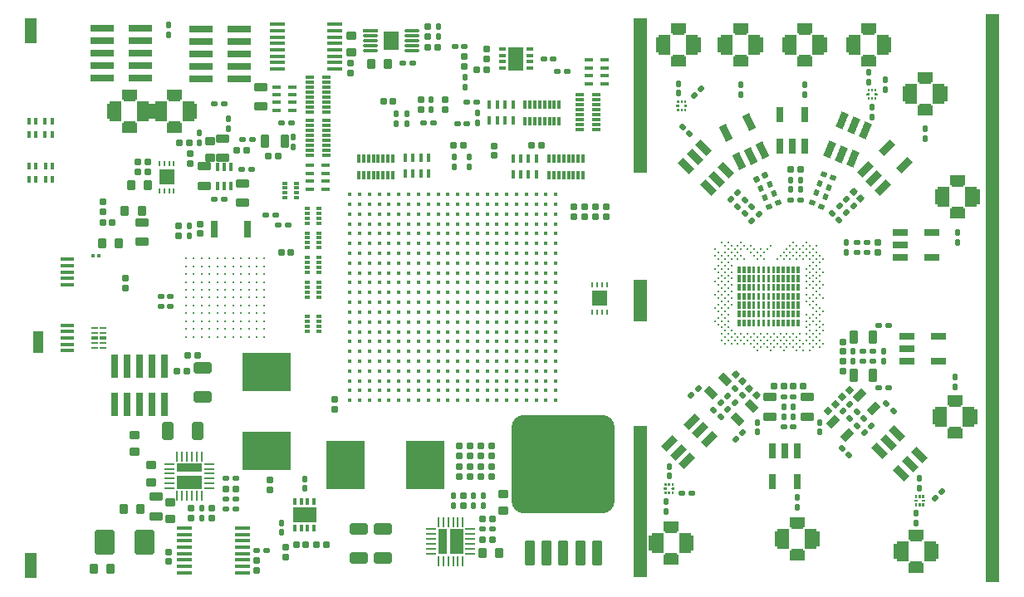
<source format=gtp>
G04 Layer_Color=8421504*
%FSLAX44Y44*%
%MOMM*%
G71*
G01*
G75*
G04:AMPARAMS|DCode=19|XSize=1.3mm|YSize=0.8mm|CornerRadius=0.1mm|HoleSize=0mm|Usage=FLASHONLY|Rotation=0.000|XOffset=0mm|YOffset=0mm|HoleType=Round|Shape=RoundedRectangle|*
%AMROUNDEDRECTD19*
21,1,1.3000,0.6000,0,0,0.0*
21,1,1.1000,0.8000,0,0,0.0*
1,1,0.2000,0.5500,-0.3000*
1,1,0.2000,-0.5500,-0.3000*
1,1,0.2000,-0.5500,0.3000*
1,1,0.2000,0.5500,0.3000*
%
%ADD19ROUNDEDRECTD19*%
G04:AMPARAMS|DCode=20|XSize=1.3mm|YSize=0.8mm|CornerRadius=0.1mm|HoleSize=0mm|Usage=FLASHONLY|Rotation=90.000|XOffset=0mm|YOffset=0mm|HoleType=Round|Shape=RoundedRectangle|*
%AMROUNDEDRECTD20*
21,1,1.3000,0.6000,0,0,90.0*
21,1,1.1000,0.8000,0,0,90.0*
1,1,0.2000,0.3000,0.5500*
1,1,0.2000,0.3000,-0.5500*
1,1,0.2000,-0.3000,-0.5500*
1,1,0.2000,-0.3000,0.5500*
%
%ADD20ROUNDEDRECTD20*%
%ADD21R,0.3000X0.3500*%
%ADD22R,0.2500X0.6000*%
%ADD23R,1.5000X1.6000*%
G04:AMPARAMS|DCode=24|XSize=0.6mm|YSize=0.6mm|CornerRadius=0.06mm|HoleSize=0mm|Usage=FLASHONLY|Rotation=0.000|XOffset=0mm|YOffset=0mm|HoleType=Round|Shape=RoundedRectangle|*
%AMROUNDEDRECTD24*
21,1,0.6000,0.4800,0,0,0.0*
21,1,0.4800,0.6000,0,0,0.0*
1,1,0.1200,0.2400,-0.2400*
1,1,0.1200,-0.2400,-0.2400*
1,1,0.1200,-0.2400,0.2400*
1,1,0.1200,0.2400,0.2400*
%
%ADD24ROUNDEDRECTD24*%
G04:AMPARAMS|DCode=25|XSize=1.6mm|YSize=1.9mm|CornerRadius=0.2mm|HoleSize=0mm|Usage=FLASHONLY|Rotation=180.000|XOffset=0mm|YOffset=0mm|HoleType=Round|Shape=RoundedRectangle|*
%AMROUNDEDRECTD25*
21,1,1.6000,1.5000,0,0,180.0*
21,1,1.2000,1.9000,0,0,180.0*
1,1,0.4000,-0.6000,0.7500*
1,1,0.4000,0.6000,0.7500*
1,1,0.4000,0.6000,-0.7500*
1,1,0.4000,-0.6000,-0.7500*
%
%ADD25ROUNDEDRECTD25*%
%ADD26O,1.6000X0.3000*%
G04:AMPARAMS|DCode=27|XSize=1.6mm|YSize=0.3mm|CornerRadius=0.0375mm|HoleSize=0mm|Usage=FLASHONLY|Rotation=0.000|XOffset=0mm|YOffset=0mm|HoleType=Round|Shape=RoundedRectangle|*
%AMROUNDEDRECTD27*
21,1,1.6000,0.2250,0,0,0.0*
21,1,1.5250,0.3000,0,0,0.0*
1,1,0.0750,0.7625,-0.1125*
1,1,0.0750,-0.7625,-0.1125*
1,1,0.0750,-0.7625,0.1125*
1,1,0.0750,0.7625,0.1125*
%
%ADD27ROUNDEDRECTD27*%
G04:AMPARAMS|DCode=28|XSize=0.5mm|YSize=0.6mm|CornerRadius=0.05mm|HoleSize=0mm|Usage=FLASHONLY|Rotation=180.000|XOffset=0mm|YOffset=0mm|HoleType=Round|Shape=RoundedRectangle|*
%AMROUNDEDRECTD28*
21,1,0.5000,0.5000,0,0,180.0*
21,1,0.4000,0.6000,0,0,180.0*
1,1,0.1000,-0.2000,0.2500*
1,1,0.1000,0.2000,0.2500*
1,1,0.1000,0.2000,-0.2500*
1,1,0.1000,-0.2000,-0.2500*
%
%ADD28ROUNDEDRECTD28*%
%ADD29R,1.2000X1.2000*%
%ADD30R,1.2000X2.1500*%
%ADD31R,1.5500X1.0000*%
%ADD32R,1.2000X1.6000*%
G04:AMPARAMS|DCode=33|XSize=0.5mm|YSize=0.6mm|CornerRadius=0.05mm|HoleSize=0mm|Usage=FLASHONLY|Rotation=90.000|XOffset=0mm|YOffset=0mm|HoleType=Round|Shape=RoundedRectangle|*
%AMROUNDEDRECTD33*
21,1,0.5000,0.5000,0,0,90.0*
21,1,0.4000,0.6000,0,0,90.0*
1,1,0.1000,0.2500,0.2000*
1,1,0.1000,0.2500,-0.2000*
1,1,0.1000,-0.2500,-0.2000*
1,1,0.1000,-0.2500,0.2000*
%
%ADD33ROUNDEDRECTD33*%
G04:AMPARAMS|DCode=34|XSize=0.5mm|YSize=0.6mm|CornerRadius=0.05mm|HoleSize=0mm|Usage=FLASHONLY|Rotation=135.000|XOffset=0mm|YOffset=0mm|HoleType=Round|Shape=RoundedRectangle|*
%AMROUNDEDRECTD34*
21,1,0.5000,0.5000,0,0,135.0*
21,1,0.4000,0.6000,0,0,135.0*
1,1,0.1000,0.0354,0.3182*
1,1,0.1000,0.3182,0.0354*
1,1,0.1000,-0.0354,-0.3182*
1,1,0.1000,-0.3182,-0.0354*
%
%ADD34ROUNDEDRECTD34*%
G04:AMPARAMS|DCode=35|XSize=0.6mm|YSize=0.6mm|CornerRadius=0.06mm|HoleSize=0mm|Usage=FLASHONLY|Rotation=270.000|XOffset=0mm|YOffset=0mm|HoleType=Round|Shape=RoundedRectangle|*
%AMROUNDEDRECTD35*
21,1,0.6000,0.4800,0,0,270.0*
21,1,0.4800,0.6000,0,0,270.0*
1,1,0.1200,-0.2400,-0.2400*
1,1,0.1200,-0.2400,0.2400*
1,1,0.1200,0.2400,0.2400*
1,1,0.1200,0.2400,-0.2400*
%
%ADD35ROUNDEDRECTD35*%
%ADD36R,0.7000X0.3000*%
%ADD37R,1.6000X2.3500*%
%ADD39R,1.4500X4.2000*%
%ADD40R,1.4500X15.5000*%
%ADD41R,1.4500X58.0000*%
%ADD42R,1.4500X15.7750*%
%ADD43C,0.2500*%
%ADD44R,1.3500X0.4000*%
%ADD45R,0.9800X2.1800*%
G04:AMPARAMS|DCode=46|XSize=1mm|YSize=0.9mm|CornerRadius=0.1125mm|HoleSize=0mm|Usage=FLASHONLY|Rotation=90.000|XOffset=0mm|YOffset=0mm|HoleType=Round|Shape=RoundedRectangle|*
%AMROUNDEDRECTD46*
21,1,1.0000,0.6750,0,0,90.0*
21,1,0.7750,0.9000,0,0,90.0*
1,1,0.2250,0.3375,0.3875*
1,1,0.2250,0.3375,-0.3875*
1,1,0.2250,-0.3375,-0.3875*
1,1,0.2250,-0.3375,0.3875*
%
%ADD46ROUNDEDRECTD46*%
G04:AMPARAMS|DCode=47|XSize=1mm|YSize=0.9mm|CornerRadius=0.1125mm|HoleSize=0mm|Usage=FLASHONLY|Rotation=180.000|XOffset=0mm|YOffset=0mm|HoleType=Round|Shape=RoundedRectangle|*
%AMROUNDEDRECTD47*
21,1,1.0000,0.6750,0,0,180.0*
21,1,0.7750,0.9000,0,0,180.0*
1,1,0.2250,-0.3875,0.3375*
1,1,0.2250,0.3875,0.3375*
1,1,0.2250,0.3875,-0.3375*
1,1,0.2250,-0.3875,-0.3375*
%
%ADD47ROUNDEDRECTD47*%
%ADD48C,0.3800*%
%ADD49R,0.6750X0.2000*%
%ADD50R,0.6750X0.4000*%
%ADD51R,1.6500X0.7600*%
G04:AMPARAMS|DCode=52|XSize=0.5mm|YSize=0.6mm|CornerRadius=0.05mm|HoleSize=0mm|Usage=FLASHONLY|Rotation=337.500|XOffset=0mm|YOffset=0mm|HoleType=Round|Shape=RoundedRectangle|*
%AMROUNDEDRECTD52*
21,1,0.5000,0.5000,0,0,337.5*
21,1,0.4000,0.6000,0,0,337.5*
1,1,0.1000,0.0891,-0.3075*
1,1,0.1000,-0.2804,-0.1544*
1,1,0.1000,-0.0891,0.3075*
1,1,0.1000,0.2804,0.1544*
%
%ADD52ROUNDEDRECTD52*%
G04:AMPARAMS|DCode=53|XSize=0.5mm|YSize=0.6mm|CornerRadius=0.05mm|HoleSize=0mm|Usage=FLASHONLY|Rotation=225.000|XOffset=0mm|YOffset=0mm|HoleType=Round|Shape=RoundedRectangle|*
%AMROUNDEDRECTD53*
21,1,0.5000,0.5000,0,0,225.0*
21,1,0.4000,0.6000,0,0,225.0*
1,1,0.1000,-0.3182,0.0354*
1,1,0.1000,-0.0354,0.3182*
1,1,0.1000,0.3182,-0.0354*
1,1,0.1000,0.0354,-0.3182*
%
%ADD53ROUNDEDRECTD53*%
%ADD54R,0.7600X1.6500*%
G04:AMPARAMS|DCode=55|XSize=0.76mm|YSize=1.65mm|CornerRadius=0mm|HoleSize=0mm|Usage=FLASHONLY|Rotation=25.000|XOffset=0mm|YOffset=0mm|HoleType=Round|Shape=Rectangle|*
%AMROTATEDRECTD55*
4,1,4,0.0043,-0.9083,-0.6931,0.5871,-0.0043,0.9083,0.6931,-0.5871,0.0043,-0.9083,0.0*
%
%ADD55ROTATEDRECTD55*%

G04:AMPARAMS|DCode=56|XSize=0.76mm|YSize=1.65mm|CornerRadius=0mm|HoleSize=0mm|Usage=FLASHONLY|Rotation=225.000|XOffset=0mm|YOffset=0mm|HoleType=Round|Shape=Rectangle|*
%AMROTATEDRECTD56*
4,1,4,-0.3147,0.8521,0.8521,-0.3147,0.3147,-0.8521,-0.8521,0.3147,-0.3147,0.8521,0.0*
%
%ADD56ROTATEDRECTD56*%

G04:AMPARAMS|DCode=57|XSize=0.76mm|YSize=1.65mm|CornerRadius=0mm|HoleSize=0mm|Usage=FLASHONLY|Rotation=315.000|XOffset=0mm|YOffset=0mm|HoleType=Round|Shape=Rectangle|*
%AMROTATEDRECTD57*
4,1,4,-0.8521,-0.3147,0.3147,0.8521,0.8521,0.3147,-0.3147,-0.8521,-0.8521,-0.3147,0.0*
%
%ADD57ROTATEDRECTD57*%

G04:AMPARAMS|DCode=58|XSize=0.76mm|YSize=1.65mm|CornerRadius=0mm|HoleSize=0mm|Usage=FLASHONLY|Rotation=157.500|XOffset=0mm|YOffset=0mm|HoleType=Round|Shape=Rectangle|*
%AMROTATEDRECTD58*
4,1,4,0.6668,0.6168,0.0354,-0.9076,-0.6668,-0.6168,-0.0354,0.9076,0.6668,0.6168,0.0*
%
%ADD58ROTATEDRECTD58*%

G04:AMPARAMS|DCode=59|XSize=0.6mm|YSize=0.6mm|CornerRadius=0.06mm|HoleSize=0mm|Usage=FLASHONLY|Rotation=45.000|XOffset=0mm|YOffset=0mm|HoleType=Round|Shape=RoundedRectangle|*
%AMROUNDEDRECTD59*
21,1,0.6000,0.4800,0,0,45.0*
21,1,0.4800,0.6000,0,0,45.0*
1,1,0.1200,0.3394,0.0000*
1,1,0.1200,0.0000,-0.3394*
1,1,0.1200,-0.3394,0.0000*
1,1,0.1200,0.0000,0.3394*
%
%ADD59ROUNDEDRECTD59*%
G04:AMPARAMS|DCode=60|XSize=0.6mm|YSize=0.6mm|CornerRadius=0.06mm|HoleSize=0mm|Usage=FLASHONLY|Rotation=115.000|XOffset=0mm|YOffset=0mm|HoleType=Round|Shape=RoundedRectangle|*
%AMROUNDEDRECTD60*
21,1,0.6000,0.4800,0,0,115.0*
21,1,0.4800,0.6000,0,0,115.0*
1,1,0.1200,0.1161,0.3189*
1,1,0.1200,0.3189,-0.1161*
1,1,0.1200,-0.1161,-0.3189*
1,1,0.1200,-0.3189,0.1161*
%
%ADD60ROUNDEDRECTD60*%
G04:AMPARAMS|DCode=61|XSize=0.6mm|YSize=0.6mm|CornerRadius=0.06mm|HoleSize=0mm|Usage=FLASHONLY|Rotation=135.000|XOffset=0mm|YOffset=0mm|HoleType=Round|Shape=RoundedRectangle|*
%AMROUNDEDRECTD61*
21,1,0.6000,0.4800,0,0,135.0*
21,1,0.4800,0.6000,0,0,135.0*
1,1,0.1200,0.0000,0.3394*
1,1,0.1200,0.3394,0.0000*
1,1,0.1200,0.0000,-0.3394*
1,1,0.1200,-0.3394,0.0000*
%
%ADD61ROUNDEDRECTD61*%
G04:AMPARAMS|DCode=62|XSize=0.5mm|YSize=0.6mm|CornerRadius=0.05mm|HoleSize=0mm|Usage=FLASHONLY|Rotation=25.000|XOffset=0mm|YOffset=0mm|HoleType=Round|Shape=RoundedRectangle|*
%AMROUNDEDRECTD62*
21,1,0.5000,0.5000,0,0,25.0*
21,1,0.4000,0.6000,0,0,25.0*
1,1,0.1000,0.2869,-0.1421*
1,1,0.1000,-0.0756,-0.3111*
1,1,0.1000,-0.2869,0.1421*
1,1,0.1000,0.0756,0.3111*
%
%ADD62ROUNDEDRECTD62*%
G04:AMPARAMS|DCode=63|XSize=0.5mm|YSize=0.6mm|CornerRadius=0.05mm|HoleSize=0mm|Usage=FLASHONLY|Rotation=115.000|XOffset=0mm|YOffset=0mm|HoleType=Round|Shape=RoundedRectangle|*
%AMROUNDEDRECTD63*
21,1,0.5000,0.5000,0,0,115.0*
21,1,0.4000,0.6000,0,0,115.0*
1,1,0.1000,0.1421,0.2869*
1,1,0.1000,0.3111,-0.0756*
1,1,0.1000,-0.1421,-0.2869*
1,1,0.1000,-0.3111,0.0756*
%
%ADD63ROUNDEDRECTD63*%
G04:AMPARAMS|DCode=64|XSize=0.5mm|YSize=0.6mm|CornerRadius=0.05mm|HoleSize=0mm|Usage=FLASHONLY|Rotation=67.500|XOffset=0mm|YOffset=0mm|HoleType=Round|Shape=RoundedRectangle|*
%AMROUNDEDRECTD64*
21,1,0.5000,0.5000,0,0,67.5*
21,1,0.4000,0.6000,0,0,67.5*
1,1,0.1000,0.3075,0.0891*
1,1,0.1000,0.1544,-0.2804*
1,1,0.1000,-0.3075,-0.0891*
1,1,0.1000,-0.1544,0.2804*
%
%ADD64ROUNDEDRECTD64*%
%ADD65R,0.6000X0.3500*%
%ADD66R,0.6000X0.3000*%
%ADD67R,0.8000X1.7000*%
%ADD68R,4.0000X5.0000*%
%ADD69R,0.2500X1.0000*%
%ADD70R,1.0000X0.2500*%
%ADD71R,1.4000X2.5500*%
%ADD72R,0.9000X2.5500*%
G04:AMPARAMS|DCode=73|XSize=1.8mm|YSize=1.15mm|CornerRadius=0.1437mm|HoleSize=0mm|Usage=FLASHONLY|Rotation=180.000|XOffset=0mm|YOffset=0mm|HoleType=Round|Shape=RoundedRectangle|*
%AMROUNDEDRECTD73*
21,1,1.8000,0.8625,0,0,180.0*
21,1,1.5125,1.1500,0,0,180.0*
1,1,0.2875,-0.7562,0.4313*
1,1,0.2875,0.7562,0.4313*
1,1,0.2875,0.7562,-0.4313*
1,1,0.2875,-0.7562,-0.4313*
%
%ADD73ROUNDEDRECTD73*%
%ADD74R,0.3500X0.9500*%
%ADD75R,0.9500X0.3500*%
%ADD76R,0.9500X0.4000*%
%ADD77R,0.4000X0.9500*%
G04:AMPARAMS|DCode=78|XSize=1.3mm|YSize=0.8mm|CornerRadius=0.1mm|HoleSize=0mm|Usage=FLASHONLY|Rotation=315.000|XOffset=0mm|YOffset=0mm|HoleType=Round|Shape=RoundedRectangle|*
%AMROUNDEDRECTD78*
21,1,1.3000,0.6000,0,0,315.0*
21,1,1.1000,0.8000,0,0,315.0*
1,1,0.2000,0.1768,-0.6010*
1,1,0.2000,-0.6010,0.1768*
1,1,0.2000,-0.1768,0.6010*
1,1,0.2000,0.6010,-0.1768*
%
%ADD78ROUNDEDRECTD78*%
G04:AMPARAMS|DCode=79|XSize=1.3mm|YSize=0.8mm|CornerRadius=0.1mm|HoleSize=0mm|Usage=FLASHONLY|Rotation=45.000|XOffset=0mm|YOffset=0mm|HoleType=Round|Shape=RoundedRectangle|*
%AMROUNDEDRECTD79*
21,1,1.3000,0.6000,0,0,45.0*
21,1,1.1000,0.8000,0,0,45.0*
1,1,0.2000,0.6010,0.1768*
1,1,0.2000,-0.1768,-0.6010*
1,1,0.2000,-0.6010,-0.1768*
1,1,0.2000,0.1768,0.6010*
%
%ADD79ROUNDEDRECTD79*%
G04:AMPARAMS|DCode=80|XSize=1.8mm|YSize=1.15mm|CornerRadius=0.1437mm|HoleSize=0mm|Usage=FLASHONLY|Rotation=90.000|XOffset=0mm|YOffset=0mm|HoleType=Round|Shape=RoundedRectangle|*
%AMROUNDEDRECTD80*
21,1,1.8000,0.8625,0,0,90.0*
21,1,1.5125,1.1500,0,0,90.0*
1,1,0.2875,0.4313,0.7562*
1,1,0.2875,0.4313,-0.7562*
1,1,0.2875,-0.4313,-0.7562*
1,1,0.2875,-0.4313,0.7562*
%
%ADD80ROUNDEDRECTD80*%
%ADD81R,2.5500X1.4000*%
%ADD82R,2.5500X0.9000*%
%ADD83R,5.0000X4.0000*%
G04:AMPARAMS|DCode=84|XSize=10mm|YSize=10.5mm|CornerRadius=1.25mm|HoleSize=0mm|Usage=FLASHONLY|Rotation=270.000|XOffset=0mm|YOffset=0mm|HoleType=Round|Shape=RoundedRectangle|*
%AMROUNDEDRECTD84*
21,1,10.0000,8.0000,0,0,270.0*
21,1,7.5000,10.5000,0,0,270.0*
1,1,2.5000,-4.0000,-3.7500*
1,1,2.5000,-4.0000,3.7500*
1,1,2.5000,4.0000,3.7500*
1,1,2.5000,4.0000,-3.7500*
%
%ADD84ROUNDEDRECTD84*%
G04:AMPARAMS|DCode=85|XSize=2.5mm|YSize=1.1mm|CornerRadius=0.1375mm|HoleSize=0mm|Usage=FLASHONLY|Rotation=270.000|XOffset=0mm|YOffset=0mm|HoleType=Round|Shape=RoundedRectangle|*
%AMROUNDEDRECTD85*
21,1,2.5000,0.8250,0,0,270.0*
21,1,2.2250,1.1000,0,0,270.0*
1,1,0.2750,-0.4125,-1.1125*
1,1,0.2750,-0.4125,1.1125*
1,1,0.2750,0.4125,1.1125*
1,1,0.2750,0.4125,-1.1125*
%
%ADD85ROUNDEDRECTD85*%
%ADD86R,1.6000X1.6000*%
%ADD87R,0.2500X0.6250*%
G04:AMPARAMS|DCode=88|XSize=2.5mm|YSize=2mm|CornerRadius=0.25mm|HoleSize=0mm|Usage=FLASHONLY|Rotation=90.000|XOffset=0mm|YOffset=0mm|HoleType=Round|Shape=RoundedRectangle|*
%AMROUNDEDRECTD88*
21,1,2.5000,1.5000,0,0,90.0*
21,1,2.0000,2.0000,0,0,90.0*
1,1,0.5000,0.7500,1.0000*
1,1,0.5000,0.7500,-1.0000*
1,1,0.5000,-0.7500,-1.0000*
1,1,0.5000,-0.7500,1.0000*
%
%ADD88ROUNDEDRECTD88*%
%ADD89R,0.7500X2.4000*%
%ADD90R,2.4000X0.7500*%
%ADD91R,1.3000X2.6000*%
%ADD92R,1.5000X0.3500*%
%ADD93R,0.4000X0.8500*%
G04:AMPARAMS|DCode=94|XSize=0.7mm|YSize=0.4mm|CornerRadius=0.05mm|HoleSize=0mm|Usage=FLASHONLY|Rotation=270.000|XOffset=0mm|YOffset=0mm|HoleType=Round|Shape=RoundedRectangle|*
%AMROUNDEDRECTD94*
21,1,0.7000,0.3000,0,0,270.0*
21,1,0.6000,0.4000,0,0,270.0*
1,1,0.1000,-0.1500,-0.3000*
1,1,0.1000,-0.1500,0.3000*
1,1,0.1000,0.1500,0.3000*
1,1,0.1000,0.1500,-0.3000*
%
%ADD94ROUNDEDRECTD94*%
%ADD95R,0.3000X0.7000*%
%ADD96R,2.3500X1.6000*%
%ADD98R,0.2000X0.2000*%
%ADD99C,0.3100*%
G36*
X792910Y280134D02*
X789910D01*
Y287134D01*
X792910D01*
Y280134D01*
D02*
G37*
G36*
X787910D02*
X784910D01*
Y287134D01*
X787910D01*
Y280134D01*
D02*
G37*
G36*
X782910D02*
X779910D01*
Y287134D01*
X782910D01*
Y280134D01*
D02*
G37*
G36*
X732910Y289133D02*
X729910D01*
Y296133D01*
X732910D01*
Y289133D01*
D02*
G37*
G36*
X747910D02*
X744910D01*
Y296133D01*
X747910D01*
Y289133D01*
D02*
G37*
G36*
X742910D02*
X739910D01*
Y296133D01*
X742910D01*
Y289133D01*
D02*
G37*
G36*
X737910D02*
X734910D01*
Y296133D01*
X737910D01*
Y289133D01*
D02*
G37*
G36*
X777910Y280134D02*
X774910D01*
Y287134D01*
X777910D01*
Y280134D01*
D02*
G37*
G36*
X752910D02*
X749910D01*
Y287134D01*
X752910D01*
Y280134D01*
D02*
G37*
G36*
X747910D02*
X744910D01*
Y287134D01*
X747910D01*
Y280134D01*
D02*
G37*
G36*
X742910D02*
X739910D01*
Y287134D01*
X742910D01*
Y280134D01*
D02*
G37*
G36*
X757910D02*
X754910D01*
Y287134D01*
X757910D01*
Y280134D01*
D02*
G37*
G36*
X772910D02*
X769910D01*
Y287134D01*
X772910D01*
Y280134D01*
D02*
G37*
G36*
X767910D02*
X764910D01*
Y287134D01*
X767910D01*
Y280134D01*
D02*
G37*
G36*
X762910D02*
X759910D01*
Y287134D01*
X762910D01*
Y280134D01*
D02*
G37*
G36*
X737910Y298134D02*
X734910D01*
Y305133D01*
X737910D01*
Y298134D01*
D02*
G37*
G36*
X732910D02*
X729910D01*
Y305133D01*
X732910D01*
Y298134D01*
D02*
G37*
G36*
X792910Y289133D02*
X789910D01*
Y296133D01*
X792910D01*
Y289133D01*
D02*
G37*
G36*
X742910Y298134D02*
X739910D01*
Y305133D01*
X742910D01*
Y298134D01*
D02*
G37*
G36*
X757910D02*
X754910D01*
Y305133D01*
X757910D01*
Y298134D01*
D02*
G37*
G36*
X752910D02*
X749910D01*
Y305133D01*
X752910D01*
Y298134D01*
D02*
G37*
G36*
X747910D02*
X744910D01*
Y305133D01*
X747910D01*
Y298134D01*
D02*
G37*
G36*
X787910Y289133D02*
X784910D01*
Y296133D01*
X787910D01*
Y289133D01*
D02*
G37*
G36*
X762910D02*
X759910D01*
Y296133D01*
X762910D01*
Y289133D01*
D02*
G37*
G36*
X757910D02*
X754910D01*
Y296133D01*
X757910D01*
Y289133D01*
D02*
G37*
G36*
X752910D02*
X749910D01*
Y296133D01*
X752910D01*
Y289133D01*
D02*
G37*
G36*
X767910D02*
X764910D01*
Y296133D01*
X767910D01*
Y289133D01*
D02*
G37*
G36*
X782910D02*
X779910D01*
Y296133D01*
X782910D01*
Y289133D01*
D02*
G37*
G36*
X777910D02*
X774910D01*
Y296133D01*
X777910D01*
Y289133D01*
D02*
G37*
G36*
X772910D02*
X769910D01*
Y296133D01*
X772910D01*
Y289133D01*
D02*
G37*
G36*
X737910Y280134D02*
X734910D01*
Y287134D01*
X737910D01*
Y280134D01*
D02*
G37*
G36*
X664283Y102674D02*
X664424Y102533D01*
X664500Y102350D01*
Y102250D01*
Y101750D01*
Y100750D01*
Y100250D01*
Y100150D01*
X664424Y99967D01*
X664283Y99826D01*
X664099Y99750D01*
X662900D01*
X662717Y99826D01*
X662576Y99967D01*
X662500Y100150D01*
Y100250D01*
Y100750D01*
Y101750D01*
Y102250D01*
Y102350D01*
X662576Y102533D01*
X662717Y102674D01*
X662900Y102750D01*
X664099D01*
X664283Y102674D01*
D02*
G37*
G36*
X660783D02*
X660924Y102533D01*
X661000Y102350D01*
Y102250D01*
Y101750D01*
Y100750D01*
Y100250D01*
Y100150D01*
X660924Y99967D01*
X660783Y99826D01*
X660599Y99750D01*
X659400D01*
X659217Y99826D01*
X659076Y99967D01*
X659000Y100150D01*
Y100250D01*
Y100750D01*
Y101750D01*
Y102250D01*
Y102350D01*
X659076Y102533D01*
X659217Y102674D01*
X659400Y102750D01*
X660599D01*
X660783Y102674D01*
D02*
G37*
G36*
X657283D02*
X657424Y102533D01*
X657500Y102350D01*
Y102250D01*
Y101750D01*
Y100750D01*
Y100250D01*
Y100150D01*
X657424Y99967D01*
X657283Y99826D01*
X657099Y99750D01*
X655900D01*
X655717Y99826D01*
X655576Y99967D01*
X655500Y100150D01*
Y100250D01*
Y100750D01*
Y101750D01*
Y102250D01*
Y102350D01*
X655576Y102533D01*
X655717Y102674D01*
X655900Y102750D01*
X657099D01*
X657283Y102674D01*
D02*
G37*
G36*
X657408Y106424D02*
X657549Y106283D01*
X657625Y106100D01*
Y106000D01*
Y105000D01*
Y104901D01*
X657549Y104717D01*
X657408Y104576D01*
X657224Y104500D01*
X654775D01*
X654592Y104576D01*
X654451Y104717D01*
X654375Y104901D01*
Y105000D01*
Y106000D01*
Y106100D01*
X654451Y106283D01*
X654592Y106424D01*
X654775Y106500D01*
X657224D01*
X657408Y106424D01*
D02*
G37*
G36*
X660783Y111174D02*
X660924Y111033D01*
X661000Y110850D01*
Y110750D01*
Y110250D01*
Y109250D01*
Y108750D01*
Y108651D01*
X660924Y108467D01*
X660783Y108326D01*
X660599Y108250D01*
X659400D01*
X659217Y108326D01*
X659076Y108467D01*
X659000Y108651D01*
Y108750D01*
Y109250D01*
Y110250D01*
Y110750D01*
Y110850D01*
X659076Y111033D01*
X659217Y111174D01*
X659400Y111250D01*
X660599D01*
X660783Y111174D01*
D02*
G37*
G36*
X657283D02*
X657424Y111033D01*
X657500Y110850D01*
Y110750D01*
Y110250D01*
Y109250D01*
Y108750D01*
Y108651D01*
X657424Y108467D01*
X657283Y108326D01*
X657099Y108250D01*
X655900D01*
X655717Y108326D01*
X655576Y108467D01*
X655500Y108651D01*
Y108750D01*
Y109250D01*
Y110250D01*
Y110750D01*
Y110850D01*
X655576Y111033D01*
X655717Y111174D01*
X655900Y111250D01*
X657099D01*
X657283Y111174D01*
D02*
G37*
G36*
X665408Y106424D02*
X665549Y106283D01*
X665625Y106100D01*
Y106000D01*
Y105000D01*
Y104901D01*
X665549Y104717D01*
X665408Y104576D01*
X665225Y104500D01*
X662775D01*
X662592Y104576D01*
X662451Y104717D01*
X662375Y104901D01*
Y105000D01*
Y106000D01*
Y106100D01*
X662451Y106283D01*
X662592Y106424D01*
X662775Y106500D01*
X665225D01*
X665408Y106424D01*
D02*
G37*
G36*
X919783Y98924D02*
X919924Y98783D01*
X920000Y98600D01*
Y98500D01*
Y98000D01*
Y97000D01*
Y96500D01*
Y96401D01*
X919924Y96217D01*
X919783Y96076D01*
X919599Y96000D01*
X918400D01*
X918217Y96076D01*
X918076Y96217D01*
X918000Y96401D01*
Y96500D01*
Y97000D01*
Y98000D01*
Y98500D01*
Y98600D01*
X918076Y98783D01*
X918217Y98924D01*
X918400Y99000D01*
X919599D01*
X919783Y98924D01*
D02*
G37*
G36*
Y90424D02*
X919924Y90283D01*
X920000Y90099D01*
Y90000D01*
Y89500D01*
Y88500D01*
Y88000D01*
Y87901D01*
X919924Y87717D01*
X919783Y87576D01*
X919599Y87500D01*
X918400D01*
X918217Y87576D01*
X918076Y87717D01*
X918000Y87901D01*
Y88000D01*
Y88500D01*
Y89500D01*
Y90000D01*
Y90099D01*
X918076Y90283D01*
X918217Y90424D01*
X918400Y90500D01*
X919599D01*
X919783Y90424D01*
D02*
G37*
G36*
X916283D02*
X916424Y90283D01*
X916500Y90099D01*
Y90000D01*
Y89500D01*
Y88500D01*
Y88000D01*
Y87901D01*
X916424Y87717D01*
X916283Y87576D01*
X916099Y87500D01*
X914901D01*
X914717Y87576D01*
X914576Y87717D01*
X914500Y87901D01*
Y88000D01*
Y88500D01*
Y89500D01*
Y90000D01*
Y90099D01*
X914576Y90283D01*
X914717Y90424D01*
X914901Y90500D01*
X916099D01*
X916283Y90424D01*
D02*
G37*
G36*
X912783D02*
X912924Y90283D01*
X913000Y90099D01*
Y90000D01*
Y89500D01*
Y88500D01*
Y88000D01*
Y87901D01*
X912924Y87717D01*
X912783Y87576D01*
X912599Y87500D01*
X911401D01*
X911217Y87576D01*
X911076Y87717D01*
X911000Y87901D01*
Y88000D01*
Y88500D01*
Y89500D01*
Y90000D01*
Y90099D01*
X911076Y90283D01*
X911217Y90424D01*
X911401Y90500D01*
X912599D01*
X912783Y90424D01*
D02*
G37*
G36*
X912908Y94174D02*
X913049Y94033D01*
X913125Y93849D01*
Y93750D01*
Y92750D01*
Y92651D01*
X913049Y92467D01*
X912908Y92326D01*
X912724Y92250D01*
X910275D01*
X910092Y92326D01*
X909951Y92467D01*
X909875Y92651D01*
Y92750D01*
Y93750D01*
Y93849D01*
X909951Y94033D01*
X910092Y94174D01*
X910275Y94250D01*
X912724D01*
X912908Y94174D01*
D02*
G37*
G36*
X916283Y98924D02*
X916424Y98783D01*
X916500Y98600D01*
Y98500D01*
Y98000D01*
Y97000D01*
Y96500D01*
Y96401D01*
X916424Y96217D01*
X916283Y96076D01*
X916099Y96000D01*
X914901D01*
X914717Y96076D01*
X914576Y96217D01*
X914500Y96401D01*
Y96500D01*
Y97000D01*
Y98000D01*
Y98500D01*
Y98600D01*
X914576Y98783D01*
X914717Y98924D01*
X914901Y99000D01*
X916099D01*
X916283Y98924D01*
D02*
G37*
G36*
X912783D02*
X912924Y98783D01*
X913000Y98600D01*
Y98500D01*
Y98000D01*
Y97000D01*
Y96500D01*
Y96401D01*
X912924Y96217D01*
X912783Y96076D01*
X912599Y96000D01*
X911401D01*
X911217Y96076D01*
X911076Y96217D01*
X911000Y96401D01*
Y96500D01*
Y97000D01*
Y98000D01*
Y98500D01*
Y98600D01*
X911076Y98783D01*
X911217Y98924D01*
X911401Y99000D01*
X912599D01*
X912783Y98924D01*
D02*
G37*
G36*
X920908Y94174D02*
X921049Y94033D01*
X921125Y93849D01*
Y93750D01*
Y92750D01*
Y92651D01*
X921049Y92467D01*
X920908Y92326D01*
X920724Y92250D01*
X918276D01*
X918092Y92326D01*
X917951Y92467D01*
X917875Y92651D01*
Y92750D01*
Y93750D01*
Y93849D01*
X917951Y94033D01*
X918092Y94174D01*
X918276Y94250D01*
X920724D01*
X920908Y94174D01*
D02*
G37*
G36*
X777910Y271134D02*
X774910D01*
Y278134D01*
X777910D01*
Y271134D01*
D02*
G37*
G36*
X772910D02*
X769910D01*
Y278134D01*
X772910D01*
Y271134D01*
D02*
G37*
G36*
X767910D02*
X764910D01*
Y278134D01*
X767910D01*
Y271134D01*
D02*
G37*
G36*
X782910D02*
X779910D01*
Y278134D01*
X782910D01*
Y271134D01*
D02*
G37*
G36*
X732910Y280134D02*
X729910D01*
Y287134D01*
X732910D01*
Y280134D01*
D02*
G37*
G36*
X792910Y271134D02*
X789910D01*
Y278134D01*
X792910D01*
Y271134D01*
D02*
G37*
G36*
X787910D02*
X784910D01*
Y278134D01*
X787910D01*
Y271134D01*
D02*
G37*
G36*
X762910D02*
X759910D01*
Y278134D01*
X762910D01*
Y271134D01*
D02*
G37*
G36*
X737910D02*
X734910D01*
Y278134D01*
X737910D01*
Y271134D01*
D02*
G37*
G36*
X732910D02*
X729910D01*
Y278134D01*
X732910D01*
Y271134D01*
D02*
G37*
G36*
X664283Y111174D02*
X664424Y111033D01*
X664500Y110850D01*
Y110750D01*
Y110250D01*
Y109250D01*
Y108750D01*
Y108651D01*
X664424Y108467D01*
X664283Y108326D01*
X664099Y108250D01*
X662900D01*
X662717Y108326D01*
X662576Y108467D01*
X662500Y108651D01*
Y108750D01*
Y109250D01*
Y110250D01*
Y110750D01*
Y110850D01*
X662576Y111033D01*
X662717Y111174D01*
X662900Y111250D01*
X664099D01*
X664283Y111174D01*
D02*
G37*
G36*
X742910Y271134D02*
X739910D01*
Y278134D01*
X742910D01*
Y271134D01*
D02*
G37*
G36*
X757910D02*
X754910D01*
Y278134D01*
X757910D01*
Y271134D01*
D02*
G37*
G36*
X752910D02*
X749910D01*
Y278134D01*
X752910D01*
Y271134D01*
D02*
G37*
G36*
X747910D02*
X744910D01*
Y278134D01*
X747910D01*
Y271134D01*
D02*
G37*
G36*
X762910Y298134D02*
X759910D01*
Y305133D01*
X762910D01*
Y298134D01*
D02*
G37*
G36*
X777910Y325134D02*
X774910D01*
Y332133D01*
X777910D01*
Y325134D01*
D02*
G37*
G36*
X772910D02*
X769910D01*
Y332133D01*
X772910D01*
Y325134D01*
D02*
G37*
G36*
X767910D02*
X764910D01*
Y332133D01*
X767910D01*
Y325134D01*
D02*
G37*
G36*
X782910D02*
X779910D01*
Y332133D01*
X782910D01*
Y325134D01*
D02*
G37*
G36*
X670119Y493010D02*
X670260Y492869D01*
X670336Y492685D01*
Y492586D01*
Y492086D01*
Y491086D01*
Y490586D01*
Y490486D01*
X670260Y490303D01*
X670119Y490162D01*
X669935Y490086D01*
X668736D01*
X668553Y490162D01*
X668412Y490303D01*
X668336Y490486D01*
Y490586D01*
Y491086D01*
Y492086D01*
Y492586D01*
Y492685D01*
X668412Y492869D01*
X668553Y493010D01*
X668736Y493086D01*
X669935D01*
X670119Y493010D01*
D02*
G37*
G36*
X792910Y325134D02*
X789910D01*
Y332133D01*
X792910D01*
Y325134D01*
D02*
G37*
G36*
X787910D02*
X784910D01*
Y332133D01*
X787910D01*
Y325134D01*
D02*
G37*
G36*
X762910D02*
X759910D01*
Y332133D01*
X762910D01*
Y325134D01*
D02*
G37*
G36*
X737910D02*
X734910D01*
Y332133D01*
X737910D01*
Y325134D01*
D02*
G37*
G36*
X732910D02*
X729910D01*
Y332133D01*
X732910D01*
Y325134D01*
D02*
G37*
G36*
X792910Y316133D02*
X789910D01*
Y323134D01*
X792910D01*
Y316133D01*
D02*
G37*
G36*
X742910Y325134D02*
X739910D01*
Y332133D01*
X742910D01*
Y325134D01*
D02*
G37*
G36*
X757910D02*
X754910D01*
Y332133D01*
X757910D01*
Y325134D01*
D02*
G37*
G36*
X752910D02*
X749910D01*
Y332133D01*
X752910D01*
Y325134D01*
D02*
G37*
G36*
X747910D02*
X744910D01*
Y332133D01*
X747910D01*
Y325134D01*
D02*
G37*
G36*
X864408Y508424D02*
X864549Y508283D01*
X864625Y508099D01*
Y508000D01*
Y507000D01*
Y506900D01*
X864549Y506717D01*
X864408Y506576D01*
X864224Y506500D01*
X861776D01*
X861592Y506576D01*
X861451Y506717D01*
X861375Y506900D01*
Y507000D01*
Y508000D01*
Y508099D01*
X861451Y508283D01*
X861592Y508424D01*
X861776Y508500D01*
X864224D01*
X864408Y508424D01*
D02*
G37*
G36*
X871283Y504674D02*
X871424Y504533D01*
X871500Y504349D01*
Y504250D01*
Y503750D01*
Y502750D01*
Y502250D01*
Y502150D01*
X871424Y501967D01*
X871283Y501826D01*
X871099Y501750D01*
X869901D01*
X869717Y501826D01*
X869576Y501967D01*
X869500Y502150D01*
Y502250D01*
Y502750D01*
Y503750D01*
Y504250D01*
Y504349D01*
X869576Y504533D01*
X869717Y504674D01*
X869901Y504750D01*
X871099D01*
X871283Y504674D01*
D02*
G37*
G36*
X867783D02*
X867924Y504533D01*
X868000Y504349D01*
Y504250D01*
Y503750D01*
Y502750D01*
Y502250D01*
Y502150D01*
X867924Y501967D01*
X867783Y501826D01*
X867599Y501750D01*
X866401D01*
X866217Y501826D01*
X866076Y501967D01*
X866000Y502150D01*
Y502250D01*
Y502750D01*
Y503750D01*
Y504250D01*
Y504349D01*
X866076Y504533D01*
X866217Y504674D01*
X866401Y504750D01*
X867599D01*
X867783Y504674D01*
D02*
G37*
G36*
X872408Y508424D02*
X872549Y508283D01*
X872625Y508099D01*
Y508000D01*
Y507000D01*
Y506900D01*
X872549Y506717D01*
X872408Y506576D01*
X872224Y506500D01*
X869775D01*
X869592Y506576D01*
X869451Y506717D01*
X869375Y506900D01*
Y507000D01*
Y508000D01*
Y508099D01*
X869451Y508283D01*
X869592Y508424D01*
X869775Y508500D01*
X872224D01*
X872408Y508424D01*
D02*
G37*
G36*
X871283Y513174D02*
X871424Y513033D01*
X871500Y512849D01*
Y512750D01*
Y512250D01*
Y511250D01*
Y510750D01*
Y510650D01*
X871424Y510467D01*
X871283Y510326D01*
X871099Y510250D01*
X869901D01*
X869717Y510326D01*
X869576Y510467D01*
X869500Y510650D01*
Y510750D01*
Y511250D01*
Y512250D01*
Y512750D01*
Y512849D01*
X869576Y513033D01*
X869717Y513174D01*
X869901Y513250D01*
X871099D01*
X871283Y513174D01*
D02*
G37*
G36*
X867783D02*
X867924Y513033D01*
X868000Y512849D01*
Y512750D01*
Y512250D01*
Y511250D01*
Y510750D01*
Y510650D01*
X867924Y510467D01*
X867783Y510326D01*
X867599Y510250D01*
X866401D01*
X866217Y510326D01*
X866076Y510467D01*
X866000Y510650D01*
Y510750D01*
Y511250D01*
Y512250D01*
Y512750D01*
Y512849D01*
X866076Y513033D01*
X866217Y513174D01*
X866401Y513250D01*
X867599D01*
X867783Y513174D01*
D02*
G37*
G36*
X864283D02*
X864424Y513033D01*
X864500Y512849D01*
Y512750D01*
Y512250D01*
Y511250D01*
Y510750D01*
Y510650D01*
X864424Y510467D01*
X864283Y510326D01*
X864099Y510250D01*
X862900D01*
X862717Y510326D01*
X862576Y510467D01*
X862500Y510650D01*
Y510750D01*
Y511250D01*
Y512250D01*
Y512750D01*
Y512849D01*
X862576Y513033D01*
X862717Y513174D01*
X862900Y513250D01*
X864099D01*
X864283Y513174D01*
D02*
G37*
G36*
Y504674D02*
X864424Y504533D01*
X864500Y504349D01*
Y504250D01*
Y503750D01*
Y502750D01*
Y502250D01*
Y502150D01*
X864424Y501967D01*
X864283Y501826D01*
X864099Y501750D01*
X862900D01*
X862717Y501826D01*
X862576Y501967D01*
X862500Y502150D01*
Y502250D01*
Y502750D01*
Y503750D01*
Y504250D01*
Y504349D01*
X862576Y504533D01*
X862717Y504674D01*
X862900Y504750D01*
X864099D01*
X864283Y504674D01*
D02*
G37*
G36*
X670244Y496760D02*
X670385Y496619D01*
X670461Y496435D01*
Y496336D01*
Y495336D01*
Y495236D01*
X670385Y495052D01*
X670244Y494912D01*
X670060Y494836D01*
X667611D01*
X667428Y494912D01*
X667287Y495052D01*
X667211Y495236D01*
Y495336D01*
Y496336D01*
Y496435D01*
X667287Y496619D01*
X667428Y496760D01*
X667611Y496836D01*
X670060D01*
X670244Y496760D01*
D02*
G37*
G36*
X677119Y493010D02*
X677260Y492869D01*
X677336Y492685D01*
Y492586D01*
Y492086D01*
Y491086D01*
Y490586D01*
Y490486D01*
X677260Y490303D01*
X677119Y490162D01*
X676935Y490086D01*
X675736D01*
X675553Y490162D01*
X675412Y490303D01*
X675336Y490486D01*
Y490586D01*
Y491086D01*
Y492086D01*
Y492586D01*
Y492685D01*
X675412Y492869D01*
X675553Y493010D01*
X675736Y493086D01*
X676935D01*
X677119Y493010D01*
D02*
G37*
G36*
X673619D02*
X673760Y492869D01*
X673836Y492685D01*
Y492586D01*
Y492086D01*
Y491086D01*
Y490586D01*
Y490486D01*
X673760Y490303D01*
X673619Y490162D01*
X673435Y490086D01*
X672236D01*
X672053Y490162D01*
X671912Y490303D01*
X671836Y490486D01*
Y490586D01*
Y491086D01*
Y492086D01*
Y492586D01*
Y492685D01*
X671912Y492869D01*
X672053Y493010D01*
X672236Y493086D01*
X673435D01*
X673619Y493010D01*
D02*
G37*
G36*
X678244Y496760D02*
X678385Y496619D01*
X678461Y496435D01*
Y496336D01*
Y495336D01*
Y495236D01*
X678385Y495052D01*
X678244Y494912D01*
X678060Y494836D01*
X675611D01*
X675428Y494912D01*
X675287Y495052D01*
X675211Y495236D01*
Y495336D01*
Y496336D01*
Y496435D01*
X675287Y496619D01*
X675428Y496760D01*
X675611Y496836D01*
X678060D01*
X678244Y496760D01*
D02*
G37*
G36*
X677119Y501510D02*
X677260Y501369D01*
X677336Y501185D01*
Y501086D01*
Y500586D01*
Y499586D01*
Y499086D01*
Y498986D01*
X677260Y498802D01*
X677119Y498662D01*
X676935Y498586D01*
X675736D01*
X675553Y498662D01*
X675412Y498802D01*
X675336Y498986D01*
Y499086D01*
Y499586D01*
Y500586D01*
Y501086D01*
Y501185D01*
X675412Y501369D01*
X675553Y501510D01*
X675736Y501586D01*
X676935D01*
X677119Y501510D01*
D02*
G37*
G36*
X673619D02*
X673760Y501369D01*
X673836Y501185D01*
Y501086D01*
Y500586D01*
Y499586D01*
Y499086D01*
Y498986D01*
X673760Y498802D01*
X673619Y498662D01*
X673435Y498586D01*
X672236D01*
X672053Y498662D01*
X671912Y498802D01*
X671836Y498986D01*
Y499086D01*
Y499586D01*
Y500586D01*
Y501086D01*
Y501185D01*
X671912Y501369D01*
X672053Y501510D01*
X672236Y501586D01*
X673435D01*
X673619Y501510D01*
D02*
G37*
G36*
X670119D02*
X670260Y501369D01*
X670336Y501185D01*
Y501086D01*
Y500586D01*
Y499586D01*
Y499086D01*
Y498986D01*
X670260Y498802D01*
X670119Y498662D01*
X669935Y498586D01*
X668736D01*
X668553Y498662D01*
X668412Y498802D01*
X668336Y498986D01*
Y499086D01*
Y499586D01*
Y500586D01*
Y501086D01*
Y501185D01*
X668412Y501369D01*
X668553Y501510D01*
X668736Y501586D01*
X669935D01*
X670119Y501510D01*
D02*
G37*
G36*
X787910Y316133D02*
X784910D01*
Y323134D01*
X787910D01*
Y316133D01*
D02*
G37*
G36*
X752910Y307134D02*
X749910D01*
Y314133D01*
X752910D01*
Y307134D01*
D02*
G37*
G36*
X747910D02*
X744910D01*
Y314133D01*
X747910D01*
Y307134D01*
D02*
G37*
G36*
X742910D02*
X739910D01*
Y314133D01*
X742910D01*
Y307134D01*
D02*
G37*
G36*
X757910D02*
X754910D01*
Y314133D01*
X757910D01*
Y307134D01*
D02*
G37*
G36*
X772910D02*
X769910D01*
Y314133D01*
X772910D01*
Y307134D01*
D02*
G37*
G36*
X767910D02*
X764910D01*
Y314133D01*
X767910D01*
Y307134D01*
D02*
G37*
G36*
X762910D02*
X759910D01*
Y314133D01*
X762910D01*
Y307134D01*
D02*
G37*
G36*
X737910D02*
X734910D01*
Y314133D01*
X737910D01*
Y307134D01*
D02*
G37*
G36*
X777910Y298134D02*
X774910D01*
Y305133D01*
X777910D01*
Y298134D01*
D02*
G37*
G36*
X772910D02*
X769910D01*
Y305133D01*
X772910D01*
Y298134D01*
D02*
G37*
G36*
X767910D02*
X764910D01*
Y305133D01*
X767910D01*
Y298134D01*
D02*
G37*
G36*
X782910D02*
X779910D01*
Y305133D01*
X782910D01*
Y298134D01*
D02*
G37*
G36*
X732910Y307134D02*
X729910D01*
Y314133D01*
X732910D01*
Y307134D01*
D02*
G37*
G36*
X792910Y298134D02*
X789910D01*
Y305133D01*
X792910D01*
Y298134D01*
D02*
G37*
G36*
X787910D02*
X784910D01*
Y305133D01*
X787910D01*
Y298134D01*
D02*
G37*
G36*
X762910Y316133D02*
X759910D01*
Y323134D01*
X762910D01*
Y316133D01*
D02*
G37*
G36*
X757910D02*
X754910D01*
Y323134D01*
X757910D01*
Y316133D01*
D02*
G37*
G36*
X752910D02*
X749910D01*
Y323134D01*
X752910D01*
Y316133D01*
D02*
G37*
G36*
X767910D02*
X764910D01*
Y323134D01*
X767910D01*
Y316133D01*
D02*
G37*
G36*
X782910D02*
X779910D01*
Y323134D01*
X782910D01*
Y316133D01*
D02*
G37*
G36*
X777910D02*
X774910D01*
Y323134D01*
X777910D01*
Y316133D01*
D02*
G37*
G36*
X772910D02*
X769910D01*
Y323134D01*
X772910D01*
Y316133D01*
D02*
G37*
G36*
X747910D02*
X744910D01*
Y323134D01*
X747910D01*
Y316133D01*
D02*
G37*
G36*
X787910Y307134D02*
X784910D01*
Y314133D01*
X787910D01*
Y307134D01*
D02*
G37*
G36*
X782910D02*
X779910D01*
Y314133D01*
X782910D01*
Y307134D01*
D02*
G37*
G36*
X777910D02*
X774910D01*
Y314133D01*
X777910D01*
Y307134D01*
D02*
G37*
G36*
X792910D02*
X789910D01*
Y314133D01*
X792910D01*
Y307134D01*
D02*
G37*
G36*
X742910Y316133D02*
X739910D01*
Y323134D01*
X742910D01*
Y316133D01*
D02*
G37*
G36*
X737910D02*
X734910D01*
Y323134D01*
X737910D01*
Y316133D01*
D02*
G37*
G36*
X732910D02*
X729910D01*
Y323134D01*
X732910D01*
Y316133D01*
D02*
G37*
D19*
X244000Y515000D02*
D03*
Y495000D02*
D03*
X225500Y397000D02*
D03*
X225500Y417000D02*
D03*
X205000Y442550D02*
D03*
Y462550D02*
D03*
X186250Y414000D02*
D03*
Y434000D02*
D03*
X801050Y198743D02*
D03*
Y178743D02*
D03*
X762600Y198736D02*
D03*
Y178736D02*
D03*
X123000Y377000D02*
D03*
Y357000D02*
D03*
X137000Y77250D02*
D03*
Y97250D02*
D03*
D20*
X248000Y460125D02*
D03*
X268000D02*
D03*
X848046Y259581D02*
D03*
X868046D02*
D03*
X848053Y221130D02*
D03*
X868053D02*
D03*
D21*
X72700Y342750D02*
D03*
X78300D02*
D03*
D22*
X140250Y437000D02*
D03*
X145250D02*
D03*
X150250D02*
D03*
X155250D02*
D03*
Y409000D02*
D03*
X150250D02*
D03*
X145250D02*
D03*
X140250D02*
D03*
D23*
X147750Y423000D02*
D03*
D24*
X319000Y196500D02*
D03*
Y186500D02*
D03*
X563250Y382750D02*
D03*
Y392750D02*
D03*
X574250Y382750D02*
D03*
Y392750D02*
D03*
X585250Y382750D02*
D03*
Y392750D02*
D03*
X118500Y428750D02*
D03*
Y438750D02*
D03*
X474000Y553750D02*
D03*
Y543750D02*
D03*
X451250Y536250D02*
D03*
Y546250D02*
D03*
X414250Y576500D02*
D03*
Y566500D02*
D03*
X872540Y346537D02*
D03*
Y356537D02*
D03*
X836954Y235227D02*
D03*
Y225227D02*
D03*
X836954Y245227D02*
D03*
Y255227D02*
D03*
X149500Y31000D02*
D03*
Y41000D02*
D03*
X239250Y22500D02*
D03*
Y32500D02*
D03*
X481500Y455000D02*
D03*
Y445000D02*
D03*
X432000Y502000D02*
D03*
Y492000D02*
D03*
X407000Y502000D02*
D03*
Y492000D02*
D03*
X181750Y365500D02*
D03*
Y375500D02*
D03*
X450250Y88500D02*
D03*
X450250Y98500D02*
D03*
X105750Y319750D02*
D03*
X105750Y309750D02*
D03*
X173000Y85750D02*
D03*
Y75750D02*
D03*
X194000Y75750D02*
D03*
Y85750D02*
D03*
X159500Y373250D02*
D03*
Y363250D02*
D03*
X268750Y45500D02*
D03*
Y35500D02*
D03*
X479250Y117750D02*
D03*
Y127750D02*
D03*
Y138750D02*
D03*
Y148750D02*
D03*
X468000Y117750D02*
D03*
Y127750D02*
D03*
Y138750D02*
D03*
Y148750D02*
D03*
X457000Y138750D02*
D03*
Y148750D02*
D03*
Y117750D02*
D03*
Y127750D02*
D03*
X446000Y138750D02*
D03*
Y148750D02*
D03*
Y117750D02*
D03*
Y127750D02*
D03*
X335250Y539250D02*
D03*
Y529250D02*
D03*
X171750Y447250D02*
D03*
Y437250D02*
D03*
X128750Y438750D02*
D03*
Y428750D02*
D03*
X252750Y104000D02*
D03*
Y114000D02*
D03*
X82500Y398000D02*
D03*
Y388000D02*
D03*
X596000Y392750D02*
D03*
Y382750D02*
D03*
D25*
X376750Y562500D02*
D03*
D26*
X397750Y552500D02*
D03*
Y557500D02*
D03*
Y562500D02*
D03*
Y567500D02*
D03*
Y572500D02*
D03*
X355750Y552500D02*
D03*
Y557500D02*
D03*
Y562500D02*
D03*
Y567500D02*
D03*
D27*
Y572500D02*
D03*
D28*
X210750Y472750D02*
D03*
Y482750D02*
D03*
X656500Y82500D02*
D03*
Y92500D02*
D03*
X660000Y118250D02*
D03*
Y128250D02*
D03*
X880750Y522500D02*
D03*
Y512500D02*
D03*
X867000Y494750D02*
D03*
Y484750D02*
D03*
X863500Y530250D02*
D03*
Y520250D02*
D03*
X912000Y70500D02*
D03*
Y80500D02*
D03*
X915500Y106000D02*
D03*
Y116000D02*
D03*
X669336Y518586D02*
D03*
Y508586D02*
D03*
X840941Y346379D02*
D03*
Y356379D02*
D03*
X424750Y576500D02*
D03*
Y566500D02*
D03*
X171250Y363250D02*
D03*
Y373250D02*
D03*
X732750Y507000D02*
D03*
X732750Y517000D02*
D03*
X798000Y507000D02*
D03*
Y517000D02*
D03*
X813796Y173102D02*
D03*
Y163102D02*
D03*
X953803Y356934D02*
D03*
Y366934D02*
D03*
X920757Y462550D02*
D03*
Y472550D02*
D03*
X786805Y178839D02*
D03*
Y188839D02*
D03*
X847346Y235223D02*
D03*
Y245223D02*
D03*
X784260Y410424D02*
D03*
Y420424D02*
D03*
X794260Y410424D02*
D03*
Y420424D02*
D03*
X776805Y188839D02*
D03*
Y178839D02*
D03*
X749656Y173117D02*
D03*
Y163117D02*
D03*
X181250Y458250D02*
D03*
Y468250D02*
D03*
X451750Y525250D02*
D03*
Y515250D02*
D03*
X381750Y487750D02*
D03*
Y477750D02*
D03*
X392500Y487750D02*
D03*
Y477750D02*
D03*
X417500Y492000D02*
D03*
Y502000D02*
D03*
X464500Y488750D02*
D03*
Y478750D02*
D03*
X456000Y433750D02*
D03*
Y443750D02*
D03*
X441250Y433750D02*
D03*
Y443750D02*
D03*
X790400Y96500D02*
D03*
Y86500D02*
D03*
X951250Y219500D02*
D03*
Y209500D02*
D03*
X470750Y98500D02*
D03*
Y88500D02*
D03*
X460750Y98500D02*
D03*
Y88500D02*
D03*
X439750Y98500D02*
D03*
Y88500D02*
D03*
X183500Y75750D02*
D03*
Y85750D02*
D03*
X288250Y115500D02*
D03*
X288250Y105500D02*
D03*
X150000Y578000D02*
D03*
Y568000D02*
D03*
X878454Y235227D02*
D03*
Y245227D02*
D03*
X276750Y464250D02*
D03*
Y454250D02*
D03*
X265000Y70750D02*
D03*
Y60750D02*
D03*
D29*
X669336Y542250D02*
D03*
Y574250D02*
D03*
X732750Y542250D02*
D03*
Y574250D02*
D03*
X798000Y542250D02*
D03*
Y574250D02*
D03*
X863500Y542250D02*
D03*
Y574250D02*
D03*
X109750Y474000D02*
D03*
Y506000D02*
D03*
X920750Y492000D02*
D03*
Y524000D02*
D03*
X662250Y65750D02*
D03*
Y33750D02*
D03*
X912000Y57250D02*
D03*
Y25250D02*
D03*
X790400Y70500D02*
D03*
Y38500D02*
D03*
X951250Y194500D02*
D03*
Y162500D02*
D03*
X953750Y387000D02*
D03*
Y419000D02*
D03*
X155750Y474000D02*
D03*
Y506000D02*
D03*
D30*
X683336Y558250D02*
D03*
X655336D02*
D03*
X746750Y558250D02*
D03*
X718750D02*
D03*
X812000Y558250D02*
D03*
X784000D02*
D03*
X877500D02*
D03*
X849500D02*
D03*
X123750Y490000D02*
D03*
X95750D02*
D03*
X934750Y508000D02*
D03*
X906750D02*
D03*
X648250Y49750D02*
D03*
X676250D02*
D03*
X898000Y41250D02*
D03*
X926000D02*
D03*
X776400Y54500D02*
D03*
X804400D02*
D03*
X937250Y178500D02*
D03*
X965250D02*
D03*
X967750Y403000D02*
D03*
X939750D02*
D03*
X169750Y490000D02*
D03*
X141750D02*
D03*
D31*
X669336Y575250D02*
D03*
Y541250D02*
D03*
X732750Y575250D02*
D03*
Y541250D02*
D03*
X798000Y575250D02*
D03*
Y541250D02*
D03*
X863500Y575250D02*
D03*
Y541250D02*
D03*
X109750Y507000D02*
D03*
Y473000D02*
D03*
X920750Y525000D02*
D03*
Y491000D02*
D03*
X662250Y32750D02*
D03*
Y66750D02*
D03*
X912000Y24250D02*
D03*
Y58250D02*
D03*
X790400Y37500D02*
D03*
Y71500D02*
D03*
X951250Y161500D02*
D03*
Y195500D02*
D03*
X953750Y420000D02*
D03*
Y386000D02*
D03*
X155750Y507000D02*
D03*
Y473000D02*
D03*
D32*
X652336Y558250D02*
D03*
X686336D02*
D03*
X715750Y558250D02*
D03*
X749750D02*
D03*
X781000Y558250D02*
D03*
X815000D02*
D03*
X846500D02*
D03*
X880500D02*
D03*
X92750Y490000D02*
D03*
X126750D02*
D03*
X903750Y508000D02*
D03*
X937750D02*
D03*
X679250Y49750D02*
D03*
X645250D02*
D03*
X929000Y41250D02*
D03*
X895000D02*
D03*
X807400Y54500D02*
D03*
X773400D02*
D03*
X968250Y178500D02*
D03*
X934250D02*
D03*
X936750Y403000D02*
D03*
X970750D02*
D03*
X138750Y490000D02*
D03*
X172750D02*
D03*
D33*
X673250Y101250D02*
D03*
X683250D02*
D03*
X451500Y556750D02*
D03*
X441500D02*
D03*
X542100Y544000D02*
D03*
X532100D02*
D03*
X206500Y498250D02*
D03*
X196500D02*
D03*
X225000Y461250D02*
D03*
X235000D02*
D03*
X873656Y208367D02*
D03*
X883656D02*
D03*
X776805Y168339D02*
D03*
X786805D02*
D03*
X851437Y346487D02*
D03*
X861437D02*
D03*
X851441Y356378D02*
D03*
X861441D02*
D03*
X776805Y199339D02*
D03*
X786805D02*
D03*
X784260Y399924D02*
D03*
X794260D02*
D03*
X873674Y272160D02*
D03*
X883674D02*
D03*
X249250Y42500D02*
D03*
X239250D02*
D03*
X234500Y430750D02*
D03*
X224500D02*
D03*
X454000Y478000D02*
D03*
X444000D02*
D03*
X409750Y478500D02*
D03*
X419750D02*
D03*
X454000Y500000D02*
D03*
X464000D02*
D03*
X206500Y400250D02*
D03*
X196500D02*
D03*
X479750Y64000D02*
D03*
X469750D02*
D03*
X546250Y531000D02*
D03*
X556250D02*
D03*
X141750Y291250D02*
D03*
X151750D02*
D03*
X151750Y301250D02*
D03*
X141750D02*
D03*
X218000Y115750D02*
D03*
X208000D02*
D03*
X218000Y94750D02*
D03*
X208000D02*
D03*
X218000Y84750D02*
D03*
X208000D02*
D03*
X398750Y539750D02*
D03*
X388750D02*
D03*
X261750Y374250D02*
D03*
X271750D02*
D03*
X259000Y384250D02*
D03*
X249000D02*
D03*
X867954Y245227D02*
D03*
X857954D02*
D03*
X857954Y235227D02*
D03*
X867954D02*
D03*
X275250Y478250D02*
D03*
X265250D02*
D03*
D34*
X931000Y95750D02*
D03*
X938071Y102821D02*
D03*
X692571Y513571D02*
D03*
X685500Y506500D02*
D03*
X865912Y169453D02*
D03*
X858840Y162382D02*
D03*
X729605Y407469D02*
D03*
X722534Y400398D02*
D03*
X689656Y207867D02*
D03*
X682585Y200796D02*
D03*
X727004Y192996D02*
D03*
X719933Y185925D02*
D03*
X751525Y385549D02*
D03*
X744454Y378478D02*
D03*
X833709Y393764D02*
D03*
X840780Y400835D02*
D03*
Y386693D02*
D03*
X847851Y393764D02*
D03*
X719933Y200067D02*
D03*
X712862Y192996D02*
D03*
X836920Y184302D02*
D03*
X843991Y191373D02*
D03*
X734941Y162902D02*
D03*
X727870Y155831D02*
D03*
D35*
X464000Y532750D02*
D03*
X474000D02*
D03*
X776805Y209839D02*
D03*
X766805D02*
D03*
X784260Y430924D02*
D03*
X794260D02*
D03*
X786805Y209839D02*
D03*
X796805D02*
D03*
X229500Y450500D02*
D03*
X219500D02*
D03*
X450000Y456000D02*
D03*
X440000D02*
D03*
X274500Y346250D02*
D03*
X264500D02*
D03*
X469750Y74500D02*
D03*
X479750D02*
D03*
Y53500D02*
D03*
X469750D02*
D03*
X368750Y500750D02*
D03*
X378750D02*
D03*
X530000Y456000D02*
D03*
X520000D02*
D03*
X218000Y105250D02*
D03*
X208000D02*
D03*
X424250Y555500D02*
D03*
X414250D02*
D03*
X169250Y241750D02*
D03*
X179250D02*
D03*
X168000Y225000D02*
D03*
X158000D02*
D03*
X170750Y458250D02*
D03*
X160750D02*
D03*
X251250Y444500D02*
D03*
X261250D02*
D03*
X82500Y377000D02*
D03*
X92500D02*
D03*
X279750Y48250D02*
D03*
X289750D02*
D03*
X310750Y48250D02*
D03*
X300750D02*
D03*
D36*
X490250Y553750D02*
D03*
Y547250D02*
D03*
Y540750D02*
D03*
Y534250D02*
D03*
X517750D02*
D03*
Y540750D02*
D03*
Y547250D02*
D03*
Y553750D02*
D03*
D37*
X504000Y544000D02*
D03*
D39*
X631000Y297250D02*
D03*
D40*
Y92750D02*
D03*
D41*
X990000Y299500D02*
D03*
D42*
X631000Y506750D02*
D03*
D43*
X247500Y340250D02*
D03*
Y332250D02*
D03*
Y324250D02*
D03*
Y316250D02*
D03*
Y308250D02*
D03*
Y300250D02*
D03*
Y292250D02*
D03*
Y284250D02*
D03*
Y276250D02*
D03*
Y268250D02*
D03*
Y260250D02*
D03*
X239500Y340250D02*
D03*
Y332250D02*
D03*
Y324250D02*
D03*
Y316250D02*
D03*
Y308250D02*
D03*
Y300250D02*
D03*
Y292250D02*
D03*
Y284250D02*
D03*
Y276250D02*
D03*
Y268250D02*
D03*
Y260250D02*
D03*
X231500Y340250D02*
D03*
Y332250D02*
D03*
Y324250D02*
D03*
Y316250D02*
D03*
Y308250D02*
D03*
Y300250D02*
D03*
Y292250D02*
D03*
Y284250D02*
D03*
Y276250D02*
D03*
Y268250D02*
D03*
Y260250D02*
D03*
X223500Y340250D02*
D03*
Y332250D02*
D03*
Y324250D02*
D03*
Y316250D02*
D03*
Y308250D02*
D03*
Y300250D02*
D03*
Y292250D02*
D03*
Y284250D02*
D03*
Y276250D02*
D03*
Y268250D02*
D03*
Y260250D02*
D03*
X215500Y340250D02*
D03*
Y332250D02*
D03*
Y324250D02*
D03*
Y316250D02*
D03*
Y308250D02*
D03*
Y300250D02*
D03*
Y292250D02*
D03*
Y284250D02*
D03*
Y276250D02*
D03*
Y268250D02*
D03*
Y260250D02*
D03*
X207500Y340250D02*
D03*
Y332250D02*
D03*
Y324250D02*
D03*
Y316250D02*
D03*
Y308250D02*
D03*
Y300250D02*
D03*
Y292250D02*
D03*
Y284250D02*
D03*
Y276250D02*
D03*
Y268250D02*
D03*
Y260250D02*
D03*
X199500Y340250D02*
D03*
Y332250D02*
D03*
Y324250D02*
D03*
Y316250D02*
D03*
Y308250D02*
D03*
Y300250D02*
D03*
Y292250D02*
D03*
Y284250D02*
D03*
Y276250D02*
D03*
Y268250D02*
D03*
Y260250D02*
D03*
X191500Y340250D02*
D03*
Y332250D02*
D03*
Y324250D02*
D03*
Y316250D02*
D03*
Y308250D02*
D03*
Y300250D02*
D03*
Y292250D02*
D03*
Y284250D02*
D03*
Y276250D02*
D03*
Y268250D02*
D03*
Y260250D02*
D03*
X183500Y340250D02*
D03*
Y332250D02*
D03*
Y324250D02*
D03*
Y316250D02*
D03*
Y308250D02*
D03*
Y300250D02*
D03*
Y292250D02*
D03*
Y284250D02*
D03*
Y276250D02*
D03*
Y268250D02*
D03*
Y260250D02*
D03*
X175500Y340250D02*
D03*
Y332250D02*
D03*
Y324250D02*
D03*
Y316250D02*
D03*
Y308250D02*
D03*
Y300250D02*
D03*
Y292250D02*
D03*
Y284250D02*
D03*
Y276250D02*
D03*
Y268250D02*
D03*
Y260250D02*
D03*
X167500Y340250D02*
D03*
Y332250D02*
D03*
Y324250D02*
D03*
Y316250D02*
D03*
Y308250D02*
D03*
Y300250D02*
D03*
Y292250D02*
D03*
Y284250D02*
D03*
Y276250D02*
D03*
Y268250D02*
D03*
Y260250D02*
D03*
D44*
X46375Y246250D02*
D03*
Y252750D02*
D03*
Y259250D02*
D03*
Y265750D02*
D03*
Y272250D02*
D03*
Y313250D02*
D03*
Y319750D02*
D03*
Y326250D02*
D03*
Y332750D02*
D03*
Y339250D02*
D03*
D45*
X16675Y255100D02*
D03*
D46*
X105250Y388500D02*
D03*
X122250D02*
D03*
X373000Y538250D02*
D03*
X356000D02*
D03*
X121000Y84750D02*
D03*
X104000D02*
D03*
X470000Y40250D02*
D03*
X487000D02*
D03*
X73750Y24000D02*
D03*
X90750D02*
D03*
X82000Y355750D02*
D03*
X99000Y355750D02*
D03*
X129000Y415000D02*
D03*
X112000Y415000D02*
D03*
D47*
X151250Y74500D02*
D03*
Y91500D02*
D03*
X336250Y550500D02*
D03*
Y567500D02*
D03*
X131750Y112250D02*
D03*
Y129250D02*
D03*
X115000Y143250D02*
D03*
Y160250D02*
D03*
X191750Y443000D02*
D03*
Y460000D02*
D03*
X490750Y83250D02*
D03*
Y100250D02*
D03*
D48*
X334500Y405500D02*
D03*
X344500D02*
D03*
X354500D02*
D03*
X364500D02*
D03*
X374500D02*
D03*
X384500D02*
D03*
X394500D02*
D03*
X404500D02*
D03*
X414500D02*
D03*
X424500D02*
D03*
X434500D02*
D03*
X444500D02*
D03*
X454500D02*
D03*
X464500D02*
D03*
X474500D02*
D03*
X484500D02*
D03*
X494500D02*
D03*
X504500D02*
D03*
X514500D02*
D03*
X524500D02*
D03*
X534500D02*
D03*
X544500D02*
D03*
X334500Y395500D02*
D03*
X344500D02*
D03*
X354500D02*
D03*
X364500D02*
D03*
X374500D02*
D03*
X384500D02*
D03*
X394500D02*
D03*
X404500D02*
D03*
X414500D02*
D03*
X424500D02*
D03*
X434500D02*
D03*
X444500D02*
D03*
X454500D02*
D03*
X464500D02*
D03*
X474500D02*
D03*
X484500D02*
D03*
X494500D02*
D03*
X504500D02*
D03*
X514500D02*
D03*
X524500D02*
D03*
X534500D02*
D03*
X544500D02*
D03*
X334500Y385500D02*
D03*
X344500D02*
D03*
X354500D02*
D03*
X364500D02*
D03*
X374500D02*
D03*
X384500D02*
D03*
X394500D02*
D03*
X404500D02*
D03*
X414500D02*
D03*
X424500D02*
D03*
X434500D02*
D03*
X444500D02*
D03*
X454500D02*
D03*
X464500D02*
D03*
X474500D02*
D03*
X484500D02*
D03*
X494500D02*
D03*
X504500D02*
D03*
X514500D02*
D03*
X524500D02*
D03*
X534500D02*
D03*
X544500D02*
D03*
X334500Y375500D02*
D03*
X344500D02*
D03*
X354500D02*
D03*
X364500D02*
D03*
X374500D02*
D03*
X384500D02*
D03*
X394500D02*
D03*
X404500D02*
D03*
X414500D02*
D03*
X424500D02*
D03*
X434500D02*
D03*
X444500D02*
D03*
X454500D02*
D03*
X464500D02*
D03*
X474500D02*
D03*
X484500D02*
D03*
X494500D02*
D03*
X504500D02*
D03*
X514500D02*
D03*
X524500D02*
D03*
X534500D02*
D03*
X544500D02*
D03*
X334500Y365500D02*
D03*
X344500D02*
D03*
X354500D02*
D03*
X364500D02*
D03*
X374500D02*
D03*
X384500D02*
D03*
X394500D02*
D03*
X404500D02*
D03*
X414500D02*
D03*
X424500D02*
D03*
X434500D02*
D03*
X444500D02*
D03*
X454500D02*
D03*
X464500D02*
D03*
X474500D02*
D03*
X484500D02*
D03*
X494500D02*
D03*
X504500D02*
D03*
X514500D02*
D03*
X524500D02*
D03*
X534500D02*
D03*
X544500D02*
D03*
X334500Y355500D02*
D03*
X344500D02*
D03*
X354500D02*
D03*
X364500D02*
D03*
X374500D02*
D03*
X384500D02*
D03*
X394500D02*
D03*
X404500D02*
D03*
X414500D02*
D03*
X424500D02*
D03*
X434500D02*
D03*
X444500D02*
D03*
X454500D02*
D03*
X464500D02*
D03*
X474500D02*
D03*
X484500D02*
D03*
X494500D02*
D03*
X504500D02*
D03*
X514500D02*
D03*
X524500D02*
D03*
X534500D02*
D03*
X544500D02*
D03*
X334500Y345500D02*
D03*
X344500D02*
D03*
X354500D02*
D03*
X364500D02*
D03*
X374500D02*
D03*
X384500D02*
D03*
X394500D02*
D03*
X404500D02*
D03*
X414500D02*
D03*
X424500D02*
D03*
X434500D02*
D03*
X444500D02*
D03*
X454500D02*
D03*
X464500D02*
D03*
X474500D02*
D03*
X484500D02*
D03*
X494500D02*
D03*
X504500D02*
D03*
X514500D02*
D03*
X524500D02*
D03*
X534500D02*
D03*
X544500D02*
D03*
X334500Y335500D02*
D03*
X344500D02*
D03*
X354500D02*
D03*
X364500D02*
D03*
X374500D02*
D03*
X384500D02*
D03*
X394500D02*
D03*
X404500D02*
D03*
X414500D02*
D03*
X424500D02*
D03*
X434500D02*
D03*
X444500D02*
D03*
X454500D02*
D03*
X464500D02*
D03*
X474500D02*
D03*
X484500D02*
D03*
X494500D02*
D03*
X504500D02*
D03*
X514500D02*
D03*
X524500D02*
D03*
X534500D02*
D03*
X544500D02*
D03*
X334500Y325500D02*
D03*
X344500D02*
D03*
X354500D02*
D03*
X364500D02*
D03*
X374500D02*
D03*
X384500D02*
D03*
X394500D02*
D03*
X404500D02*
D03*
X414500D02*
D03*
X424500D02*
D03*
X434500D02*
D03*
X444500D02*
D03*
X454500D02*
D03*
X464500D02*
D03*
X474500D02*
D03*
X484500D02*
D03*
X494500D02*
D03*
X504500D02*
D03*
X514500D02*
D03*
X524500D02*
D03*
X534500D02*
D03*
X544500D02*
D03*
X334500Y315500D02*
D03*
X344500D02*
D03*
X354500D02*
D03*
X364500D02*
D03*
X374500D02*
D03*
X384500D02*
D03*
X394500D02*
D03*
X404500D02*
D03*
X414500D02*
D03*
X424500D02*
D03*
X434500D02*
D03*
X444500D02*
D03*
X454500D02*
D03*
X464500D02*
D03*
X474500D02*
D03*
X484500D02*
D03*
X494500D02*
D03*
X504500D02*
D03*
X514500D02*
D03*
X524500D02*
D03*
X534500D02*
D03*
X544500D02*
D03*
X334500Y305500D02*
D03*
X344500D02*
D03*
X354500D02*
D03*
X364500D02*
D03*
X374500D02*
D03*
X384500D02*
D03*
X394500D02*
D03*
X404500D02*
D03*
X414500D02*
D03*
X424500D02*
D03*
X434500D02*
D03*
X444500D02*
D03*
X454500D02*
D03*
X464500D02*
D03*
X474500D02*
D03*
X484500D02*
D03*
X494500D02*
D03*
X504500D02*
D03*
X514500D02*
D03*
X524500D02*
D03*
X534500D02*
D03*
X544500D02*
D03*
X334500Y295500D02*
D03*
X344500D02*
D03*
X354500D02*
D03*
X364500D02*
D03*
X374500D02*
D03*
X384500D02*
D03*
X394500D02*
D03*
X404500D02*
D03*
X414500D02*
D03*
X424500D02*
D03*
X434500D02*
D03*
X444500D02*
D03*
X454500D02*
D03*
X464500D02*
D03*
X474500D02*
D03*
X484500D02*
D03*
X494500D02*
D03*
X504500D02*
D03*
X514500D02*
D03*
X524500D02*
D03*
X534500D02*
D03*
X544500D02*
D03*
X334500Y285500D02*
D03*
X344500D02*
D03*
X354500D02*
D03*
X364500D02*
D03*
X374500D02*
D03*
X384500D02*
D03*
X394500D02*
D03*
X404500D02*
D03*
X414500D02*
D03*
X424500D02*
D03*
X434500D02*
D03*
X444500D02*
D03*
X454500D02*
D03*
X464500D02*
D03*
X474500D02*
D03*
X484500D02*
D03*
X494500D02*
D03*
X504500D02*
D03*
X514500D02*
D03*
X524500D02*
D03*
X534500D02*
D03*
X544500D02*
D03*
X334500Y275500D02*
D03*
X344500D02*
D03*
X354500D02*
D03*
X364500D02*
D03*
X374500D02*
D03*
X384500D02*
D03*
X394500D02*
D03*
X404500D02*
D03*
X414500D02*
D03*
X424500D02*
D03*
X434500D02*
D03*
X444500D02*
D03*
X454500D02*
D03*
X464500D02*
D03*
X474500D02*
D03*
X484500D02*
D03*
X494500D02*
D03*
X504500D02*
D03*
X514500D02*
D03*
X524500D02*
D03*
X534500D02*
D03*
X544500D02*
D03*
X334500Y265500D02*
D03*
X344500D02*
D03*
X354500D02*
D03*
X364500D02*
D03*
X374500D02*
D03*
X384500D02*
D03*
X394500D02*
D03*
X404500D02*
D03*
X414500D02*
D03*
X424500D02*
D03*
X434500D02*
D03*
X444500D02*
D03*
X454500D02*
D03*
X464500D02*
D03*
X474500D02*
D03*
X484500D02*
D03*
X494500D02*
D03*
X504500D02*
D03*
X514500D02*
D03*
X524500D02*
D03*
X534500D02*
D03*
X544500D02*
D03*
X334500Y255500D02*
D03*
X344500D02*
D03*
X354500D02*
D03*
X364500D02*
D03*
X374500D02*
D03*
X384500D02*
D03*
X394500D02*
D03*
X404500D02*
D03*
X414500D02*
D03*
X424500D02*
D03*
X434500D02*
D03*
X444500D02*
D03*
X454500D02*
D03*
X464500D02*
D03*
X474500D02*
D03*
X484500D02*
D03*
X494500D02*
D03*
X504500D02*
D03*
X514500D02*
D03*
X524500D02*
D03*
X534500D02*
D03*
X544500D02*
D03*
X334500Y245500D02*
D03*
X344500D02*
D03*
X354500D02*
D03*
X364500D02*
D03*
X374500D02*
D03*
X384500D02*
D03*
X394500D02*
D03*
X404500D02*
D03*
X414500D02*
D03*
X424500D02*
D03*
X434500D02*
D03*
X444500D02*
D03*
X454500D02*
D03*
X464500D02*
D03*
X474500D02*
D03*
X484500D02*
D03*
X494500D02*
D03*
X504500D02*
D03*
X514500D02*
D03*
X524500D02*
D03*
X534500D02*
D03*
X544500D02*
D03*
X334500Y235500D02*
D03*
X344500D02*
D03*
X354500D02*
D03*
X364500D02*
D03*
X374500D02*
D03*
X384500D02*
D03*
X394500D02*
D03*
X404500D02*
D03*
X414500D02*
D03*
X424500D02*
D03*
X434500D02*
D03*
X444500D02*
D03*
X454500D02*
D03*
X464500D02*
D03*
X474500D02*
D03*
X484500D02*
D03*
X494500D02*
D03*
X504500D02*
D03*
X514500D02*
D03*
X524500D02*
D03*
X534500D02*
D03*
X544500D02*
D03*
X334500Y225500D02*
D03*
X344500D02*
D03*
X354500D02*
D03*
X364500D02*
D03*
X374500D02*
D03*
X384500D02*
D03*
X394500D02*
D03*
X404500D02*
D03*
X414500D02*
D03*
X424500D02*
D03*
X434500D02*
D03*
X444500D02*
D03*
X454500D02*
D03*
X464500D02*
D03*
X474500D02*
D03*
X484500D02*
D03*
X494500D02*
D03*
X504500D02*
D03*
X514500D02*
D03*
X524500D02*
D03*
X534500D02*
D03*
X544500D02*
D03*
X334500Y215500D02*
D03*
X344500D02*
D03*
X354500D02*
D03*
X364500D02*
D03*
X374500D02*
D03*
X384500D02*
D03*
X394500D02*
D03*
X404500D02*
D03*
X414500D02*
D03*
X424500D02*
D03*
X434500D02*
D03*
X444500D02*
D03*
X454500D02*
D03*
X464500D02*
D03*
X474500D02*
D03*
X484500D02*
D03*
X494500D02*
D03*
X504500D02*
D03*
X514500D02*
D03*
X524500D02*
D03*
X534500D02*
D03*
X544500D02*
D03*
X334500Y205500D02*
D03*
X344500D02*
D03*
X354500D02*
D03*
X364500D02*
D03*
X374500D02*
D03*
X384500D02*
D03*
X394500D02*
D03*
X404500D02*
D03*
X414500D02*
D03*
X424500D02*
D03*
X434500D02*
D03*
X444500D02*
D03*
X454500D02*
D03*
X464500D02*
D03*
X474500D02*
D03*
X484500D02*
D03*
X494500D02*
D03*
X504500D02*
D03*
X514500D02*
D03*
X524500D02*
D03*
X534500D02*
D03*
X544500D02*
D03*
X334500Y195500D02*
D03*
X344500D02*
D03*
X354500D02*
D03*
X364500D02*
D03*
X374500D02*
D03*
X384500D02*
D03*
X394500D02*
D03*
X404500D02*
D03*
X414500D02*
D03*
X424500D02*
D03*
X434500D02*
D03*
X444500D02*
D03*
X454500D02*
D03*
X464500D02*
D03*
X474500D02*
D03*
X484500D02*
D03*
X494500D02*
D03*
X504500D02*
D03*
X514500D02*
D03*
X524500D02*
D03*
X534500D02*
D03*
X544500D02*
D03*
D49*
X74500Y264250D02*
D03*
Y269250D02*
D03*
Y254250D02*
D03*
Y249250D02*
D03*
X83240Y249250D02*
D03*
Y254250D02*
D03*
Y264250D02*
D03*
Y269250D02*
D03*
D50*
X74500Y259250D02*
D03*
X83240D02*
D03*
D51*
X927841Y341679D02*
D03*
Y367079D02*
D03*
X896041D02*
D03*
Y354379D02*
D03*
Y341679D02*
D03*
X934354Y235527D02*
D03*
Y260927D02*
D03*
X902554D02*
D03*
Y248227D02*
D03*
Y235527D02*
D03*
D52*
X810100Y407318D02*
D03*
X813927Y416557D02*
D03*
X819339Y403491D02*
D03*
X823166Y412730D02*
D03*
D53*
X727357Y207491D02*
D03*
X734428Y200420D02*
D03*
X712508Y178500D02*
D03*
X705437Y185571D02*
D03*
X680615Y467349D02*
D03*
X673544Y474420D02*
D03*
X744101Y392973D02*
D03*
X737030Y400044D02*
D03*
X833351Y379376D02*
D03*
X826280Y386447D02*
D03*
X737030Y385902D02*
D03*
X729959Y392973D02*
D03*
X851416Y183948D02*
D03*
X858487Y176877D02*
D03*
X844345Y176877D02*
D03*
X851416Y169806D02*
D03*
X836406Y146617D02*
D03*
X843477Y139546D02*
D03*
X881656Y191867D02*
D03*
X888727Y184796D02*
D03*
D54*
X797960Y486824D02*
D03*
X772560D02*
D03*
Y455024D02*
D03*
X785260D02*
D03*
X797960D02*
D03*
X765105Y112439D02*
D03*
X790505Y112439D02*
D03*
X790505Y144239D02*
D03*
X777805D02*
D03*
X765105D02*
D03*
D55*
X741307Y479174D02*
D03*
X718287Y468440D02*
D03*
X731726Y439619D02*
D03*
X743236Y444986D02*
D03*
X754746Y450354D02*
D03*
D56*
X677312Y434730D02*
D03*
X686292Y443711D02*
D03*
X695273Y452691D02*
D03*
X717759Y430205D02*
D03*
X708778Y421225D02*
D03*
X699798Y412244D02*
D03*
X914883Y139370D02*
D03*
X905903Y130390D02*
D03*
X896923Y121410D02*
D03*
X874437Y143896D02*
D03*
X883417Y152876D02*
D03*
X892398Y161856D02*
D03*
D57*
X900248Y435271D02*
D03*
X882287Y453231D02*
D03*
X859801Y430745D02*
D03*
X868782Y421765D02*
D03*
X877762Y412785D02*
D03*
X678426Y133528D02*
D03*
X669445Y142508D02*
D03*
X660465Y151489D02*
D03*
X682951Y173975D02*
D03*
X691931Y164994D02*
D03*
X700912Y156014D02*
D03*
D58*
X836223Y480849D02*
D03*
X847956Y475989D02*
D03*
X859690Y471129D02*
D03*
X847520Y441750D02*
D03*
X835787Y446610D02*
D03*
X824054Y451470D02*
D03*
D59*
X848205Y408259D02*
D03*
X855276Y401188D02*
D03*
X741853Y207845D02*
D03*
X748924Y200774D02*
D03*
X734782Y214916D02*
D03*
X727711Y221987D02*
D03*
D60*
X748890Y421031D02*
D03*
X757953Y425257D02*
D03*
D61*
X836562Y198906D02*
D03*
X843633Y205977D02*
D03*
X829491Y191835D02*
D03*
X822420Y184764D02*
D03*
D62*
X757553Y402452D02*
D03*
X753327Y411515D02*
D03*
X766617Y406678D02*
D03*
X762390Y415741D02*
D03*
D63*
X771050Y397270D02*
D03*
X761987Y393044D02*
D03*
D64*
X827184Y422431D02*
D03*
X817945Y426258D02*
D03*
X815129Y393329D02*
D03*
X805891Y397155D02*
D03*
D65*
X291250Y316000D02*
D03*
Y301000D02*
D03*
X303250Y316000D02*
D03*
Y301000D02*
D03*
X291250Y281000D02*
D03*
Y266000D02*
D03*
X303250Y281000D02*
D03*
Y266000D02*
D03*
X303250Y326250D02*
D03*
Y341250D02*
D03*
X291250Y326250D02*
D03*
Y341250D02*
D03*
X303250Y376000D02*
D03*
Y391000D02*
D03*
X291250Y376000D02*
D03*
Y391000D02*
D03*
X280500Y402000D02*
D03*
Y417000D02*
D03*
X268500Y402000D02*
D03*
Y417000D02*
D03*
X303250Y351250D02*
D03*
Y366250D02*
D03*
X291250Y351250D02*
D03*
Y366250D02*
D03*
D66*
X291250Y311000D02*
D03*
Y306000D02*
D03*
X303250Y311000D02*
D03*
X303250Y306000D02*
D03*
X291250Y276000D02*
D03*
Y271000D02*
D03*
X303250Y276000D02*
D03*
X303250Y271000D02*
D03*
X303250Y331250D02*
D03*
Y336250D02*
D03*
X291250Y331250D02*
D03*
Y336250D02*
D03*
X303250Y381000D02*
D03*
Y386000D02*
D03*
X291250Y381000D02*
D03*
Y386000D02*
D03*
X280500Y407000D02*
D03*
Y412000D02*
D03*
X268500Y407000D02*
D03*
X268500Y412000D02*
D03*
X303250Y356250D02*
D03*
Y361250D02*
D03*
X291250Y356250D02*
D03*
Y361250D02*
D03*
D67*
X230000Y369750D02*
D03*
X196000D02*
D03*
D68*
X330500Y129250D02*
D03*
X411000D02*
D03*
D69*
X449750Y71500D02*
D03*
X444750D02*
D03*
X439750D02*
D03*
X434750D02*
D03*
X429750D02*
D03*
X424750D02*
D03*
Y31500D02*
D03*
X429750Y31500D02*
D03*
X434750D02*
D03*
X439750Y31500D02*
D03*
X444750D02*
D03*
X449750D02*
D03*
X183500Y138250D02*
D03*
X178500D02*
D03*
X173500D02*
D03*
X168500Y138250D02*
D03*
X163500Y138250D02*
D03*
X158500D02*
D03*
Y98250D02*
D03*
X163500Y98250D02*
D03*
X168500Y98250D02*
D03*
X173500Y98250D02*
D03*
X178500D02*
D03*
X183500D02*
D03*
D70*
X417250Y64000D02*
D03*
Y59000D02*
D03*
Y54000D02*
D03*
Y49000D02*
D03*
Y44000D02*
D03*
Y39000D02*
D03*
X457250Y39000D02*
D03*
X457250Y44000D02*
D03*
Y49000D02*
D03*
X457250Y54000D02*
D03*
Y59000D02*
D03*
Y64000D02*
D03*
X191000Y105750D02*
D03*
Y110750D02*
D03*
Y115750D02*
D03*
X191000Y120750D02*
D03*
Y125750D02*
D03*
X191000Y130750D02*
D03*
X151000Y130750D02*
D03*
Y125750D02*
D03*
Y120750D02*
D03*
X151000Y115750D02*
D03*
Y110750D02*
D03*
Y105750D02*
D03*
D71*
X443250Y51500D02*
D03*
D72*
X428750D02*
D03*
D73*
X343750Y34500D02*
D03*
Y64500D02*
D03*
X368000Y34500D02*
D03*
X368000Y64500D02*
D03*
X184250Y229000D02*
D03*
Y199000D02*
D03*
D74*
X378500Y442250D02*
D03*
X373500D02*
D03*
X368500D02*
D03*
X363500Y442250D02*
D03*
X358500Y442250D02*
D03*
X353500D02*
D03*
X348500D02*
D03*
X343500D02*
D03*
X378500Y425250D02*
D03*
X373500D02*
D03*
X368500D02*
D03*
X363500D02*
D03*
X358500D02*
D03*
X353500D02*
D03*
X348500D02*
D03*
X343500D02*
D03*
X548000Y497250D02*
D03*
X543000D02*
D03*
X538000D02*
D03*
X533000Y497250D02*
D03*
X528000Y497250D02*
D03*
X523000D02*
D03*
X518000D02*
D03*
X513000D02*
D03*
X548000Y480250D02*
D03*
X543000D02*
D03*
X538000D02*
D03*
X533000D02*
D03*
X528000D02*
D03*
X523000D02*
D03*
X518000D02*
D03*
X513000D02*
D03*
X572500Y441750D02*
D03*
X567500D02*
D03*
X562500D02*
D03*
X557500Y441750D02*
D03*
X552500Y441750D02*
D03*
X547500D02*
D03*
X542500D02*
D03*
X537500D02*
D03*
X572500Y424750D02*
D03*
X567500D02*
D03*
X562500D02*
D03*
X557500D02*
D03*
X552500D02*
D03*
X547500D02*
D03*
X542500D02*
D03*
X537500D02*
D03*
D75*
X311000Y445750D02*
D03*
Y450750D02*
D03*
Y455750D02*
D03*
X311000Y460750D02*
D03*
X311000Y465750D02*
D03*
Y470750D02*
D03*
Y475750D02*
D03*
Y480750D02*
D03*
X294000Y445750D02*
D03*
Y450750D02*
D03*
Y455750D02*
D03*
Y460750D02*
D03*
Y465750D02*
D03*
Y470750D02*
D03*
Y475750D02*
D03*
Y480750D02*
D03*
X311000Y489750D02*
D03*
Y494750D02*
D03*
Y499750D02*
D03*
X311000Y504750D02*
D03*
X311000Y509750D02*
D03*
Y514750D02*
D03*
Y519750D02*
D03*
Y524750D02*
D03*
X294000Y489750D02*
D03*
Y494750D02*
D03*
Y499750D02*
D03*
Y504750D02*
D03*
Y509750D02*
D03*
Y514750D02*
D03*
Y519750D02*
D03*
Y524750D02*
D03*
X569000Y507000D02*
D03*
Y502000D02*
D03*
Y497000D02*
D03*
X569000Y492000D02*
D03*
X569000Y487000D02*
D03*
Y482000D02*
D03*
Y477000D02*
D03*
Y472000D02*
D03*
X586000Y507000D02*
D03*
Y502000D02*
D03*
Y497000D02*
D03*
Y492000D02*
D03*
Y487000D02*
D03*
Y482000D02*
D03*
Y477000D02*
D03*
Y472000D02*
D03*
D76*
X310000Y411000D02*
D03*
X310000Y419000D02*
D03*
Y427000D02*
D03*
Y435000D02*
D03*
X294000Y411000D02*
D03*
X294000Y419000D02*
D03*
Y427000D02*
D03*
Y435000D02*
D03*
X259500Y515250D02*
D03*
X259500Y507250D02*
D03*
Y499250D02*
D03*
Y491250D02*
D03*
X275500Y515250D02*
D03*
X275500Y507250D02*
D03*
Y499250D02*
D03*
Y491250D02*
D03*
X578000Y542500D02*
D03*
X578000Y534500D02*
D03*
Y526500D02*
D03*
Y518500D02*
D03*
X594000Y542500D02*
D03*
X594000Y534500D02*
D03*
Y526500D02*
D03*
Y518500D02*
D03*
D77*
X415000Y442750D02*
D03*
X407000D02*
D03*
X399000D02*
D03*
X391000D02*
D03*
X415000Y426750D02*
D03*
X407000D02*
D03*
X399000D02*
D03*
X391000D02*
D03*
X500750Y496750D02*
D03*
X492750Y496750D02*
D03*
X484750D02*
D03*
X476750D02*
D03*
X500750Y480750D02*
D03*
X492750Y480750D02*
D03*
X484750D02*
D03*
X476750D02*
D03*
X524750Y442250D02*
D03*
X516750Y442250D02*
D03*
X508750D02*
D03*
X500750D02*
D03*
X524750Y426250D02*
D03*
X516750Y426250D02*
D03*
X508750D02*
D03*
X500750D02*
D03*
D78*
X716886Y217109D02*
D03*
X702744Y202967D02*
D03*
X744080Y189926D02*
D03*
X729938Y175784D02*
D03*
D79*
X827298Y173939D02*
D03*
X841440Y159797D02*
D03*
X854481Y201133D02*
D03*
X868623Y186991D02*
D03*
D80*
X149000Y164500D02*
D03*
X179000D02*
D03*
D81*
X171000Y112250D02*
D03*
D82*
Y126750D02*
D03*
D83*
X250000Y224250D02*
D03*
Y143750D02*
D03*
D84*
X552250Y130750D02*
D03*
D85*
X586350Y39750D02*
D03*
X518150D02*
D03*
X535200D02*
D03*
X552250D02*
D03*
X569300D02*
D03*
D86*
X589250Y299500D02*
D03*
D87*
X596750Y313500D02*
D03*
X591750D02*
D03*
X586750D02*
D03*
X581750D02*
D03*
Y285500D02*
D03*
X586750D02*
D03*
X591750D02*
D03*
X596750D02*
D03*
D88*
X84500Y50750D02*
D03*
X125500D02*
D03*
D89*
X145750Y230000D02*
D03*
X145750Y191000D02*
D03*
X133000Y230000D02*
D03*
X133000Y191000D02*
D03*
X120250Y230000D02*
D03*
X120250Y191000D02*
D03*
X107500Y230000D02*
D03*
Y191000D02*
D03*
X94750Y230000D02*
D03*
X94750Y191000D02*
D03*
D90*
X182750Y574500D02*
D03*
X221750Y574500D02*
D03*
X182750Y561750D02*
D03*
X221750D02*
D03*
X182750Y549000D02*
D03*
X221750Y549000D02*
D03*
X182750Y536250D02*
D03*
X221750Y536250D02*
D03*
X182750Y523500D02*
D03*
X221750Y523500D02*
D03*
X121000Y523750D02*
D03*
X82000Y523750D02*
D03*
X121000Y536500D02*
D03*
X82000Y536500D02*
D03*
X121000Y549250D02*
D03*
X82000Y549250D02*
D03*
X121000Y562000D02*
D03*
X82000D02*
D03*
X121000Y574750D02*
D03*
X82000Y574750D02*
D03*
D91*
X9250Y27500D02*
D03*
Y572500D02*
D03*
D92*
X260500Y579000D02*
D03*
Y572500D02*
D03*
Y566000D02*
D03*
Y559500D02*
D03*
Y553000D02*
D03*
Y546500D02*
D03*
Y540000D02*
D03*
Y533500D02*
D03*
X319500Y579000D02*
D03*
Y572500D02*
D03*
Y566000D02*
D03*
Y559500D02*
D03*
Y553000D02*
D03*
Y546500D02*
D03*
Y540000D02*
D03*
Y533500D02*
D03*
X224750Y19750D02*
D03*
Y26250D02*
D03*
Y32750D02*
D03*
Y39250D02*
D03*
Y45750D02*
D03*
Y52250D02*
D03*
Y58750D02*
D03*
Y65250D02*
D03*
X165750Y19750D02*
D03*
Y26250D02*
D03*
Y32750D02*
D03*
Y39250D02*
D03*
Y45750D02*
D03*
Y52250D02*
D03*
Y58750D02*
D03*
Y65250D02*
D03*
D93*
X200000Y414250D02*
D03*
X206500D02*
D03*
X213000D02*
D03*
Y433250D02*
D03*
X206500D02*
D03*
X200000D02*
D03*
D94*
X7500Y480500D02*
D03*
Y466500D02*
D03*
X14500Y466500D02*
D03*
Y480500D02*
D03*
X31000Y480500D02*
D03*
Y466500D02*
D03*
X24000Y466500D02*
D03*
Y480500D02*
D03*
X7500Y434750D02*
D03*
Y420750D02*
D03*
X14500Y420750D02*
D03*
Y434750D02*
D03*
X31250D02*
D03*
Y420750D02*
D03*
X24250Y420750D02*
D03*
Y434750D02*
D03*
D95*
X278500Y65250D02*
D03*
X285000D02*
D03*
X291500D02*
D03*
X298000D02*
D03*
Y92750D02*
D03*
X291500D02*
D03*
X285000D02*
D03*
X278500D02*
D03*
D96*
X288250Y79000D02*
D03*
D98*
X761660Y301133D02*
D03*
D99*
X800060Y356373D02*
D03*
X803390Y353044D02*
D03*
X806720Y349714D02*
D03*
X810050Y346384D02*
D03*
X813380Y343053D02*
D03*
X816710Y339723D02*
D03*
X813380Y336393D02*
D03*
X810050Y339723D02*
D03*
X803390Y346384D02*
D03*
X806720Y343053D02*
D03*
X796730Y353044D02*
D03*
X800060Y349714D02*
D03*
X796730Y346384D02*
D03*
X793400Y349714D02*
D03*
X803390Y339723D02*
D03*
X800060Y343053D02*
D03*
X806720Y336393D02*
D03*
X810050Y333063D02*
D03*
X793400Y343053D02*
D03*
X790070Y346384D02*
D03*
X796730Y339723D02*
D03*
X806720Y329733D02*
D03*
X803390Y333063D02*
D03*
X783410Y353044D02*
D03*
X786740Y349714D02*
D03*
Y356373D02*
D03*
X790070Y353044D02*
D03*
X813380Y323073D02*
D03*
X810050Y326403D02*
D03*
X816710D02*
D03*
X813380Y329733D02*
D03*
X806720Y323073D02*
D03*
X810050Y319743D02*
D03*
X800060Y329733D02*
D03*
X803390Y326403D02*
D03*
X786740Y343053D02*
D03*
X790070Y339723D02*
D03*
X780080Y349714D02*
D03*
X783410Y346384D02*
D03*
X780080Y343053D02*
D03*
X776750Y346384D02*
D03*
X783410Y339723D02*
D03*
X776750D02*
D03*
X773420Y343053D02*
D03*
X770090Y339723D02*
D03*
X816710Y313083D02*
D03*
X813380Y316413D02*
D03*
X810050Y313083D02*
D03*
X813380Y309753D02*
D03*
X800060Y323073D02*
D03*
X806720Y316413D02*
D03*
X803390Y319743D02*
D03*
X813380Y303093D02*
D03*
X816710Y299763D02*
D03*
X803390Y313083D02*
D03*
X800060Y316413D02*
D03*
X810050Y306423D02*
D03*
X806720Y309753D02*
D03*
X800060D02*
D03*
X810050Y299763D02*
D03*
X806720Y303093D02*
D03*
Y296433D02*
D03*
X810050Y293103D02*
D03*
X800060Y303093D02*
D03*
X803390Y299763D02*
D03*
X816710Y286443D02*
D03*
X813380Y289773D02*
D03*
X806720D02*
D03*
X810050Y286443D02*
D03*
X800060Y296433D02*
D03*
X803390Y293103D02*
D03*
X813380Y283113D02*
D03*
X806720D02*
D03*
X810050Y279783D02*
D03*
X816710Y273123D02*
D03*
X813380Y276453D02*
D03*
X806720D02*
D03*
X810050Y273123D02*
D03*
X800060Y283113D02*
D03*
X803390Y279783D02*
D03*
X816710Y266463D02*
D03*
X813380Y269793D02*
D03*
X810050Y266463D02*
D03*
X800060Y276453D02*
D03*
X803390Y273123D02*
D03*
X810050Y259803D02*
D03*
X800060Y269793D02*
D03*
X803390Y266463D02*
D03*
X816710Y253143D02*
D03*
X813380Y256473D02*
D03*
X806720D02*
D03*
X810050Y253143D02*
D03*
X803390Y259803D02*
D03*
X813380Y249813D02*
D03*
X806720D02*
D03*
X800060Y256473D02*
D03*
X803390Y253143D02*
D03*
X810050Y353044D02*
D03*
X756770Y339723D02*
D03*
X750110D02*
D03*
X753440Y343053D02*
D03*
X756770Y346384D02*
D03*
X760100Y349714D02*
D03*
X763430Y353044D02*
D03*
X746780Y343053D02*
D03*
X750110Y346384D02*
D03*
X746780Y349714D02*
D03*
X743450Y346384D02*
D03*
Y353044D02*
D03*
X740120Y349714D02*
D03*
X753440D02*
D03*
X736790Y353044D02*
D03*
X733460Y356373D02*
D03*
X730130Y353044D02*
D03*
X733460Y349714D02*
D03*
X736790Y339723D02*
D03*
X733460Y343053D02*
D03*
X730130Y346383D02*
D03*
X723470Y353044D02*
D03*
X726800Y349714D02*
D03*
X720140Y356373D02*
D03*
X713480D02*
D03*
X720140Y349714D02*
D03*
X716810Y353044D02*
D03*
X723470Y346383D02*
D03*
X726800Y343053D02*
D03*
X730130Y339723D02*
D03*
X716810Y346383D02*
D03*
X720140Y343053D02*
D03*
X723470Y339723D02*
D03*
X706820Y349713D02*
D03*
X713480Y343053D02*
D03*
X710150Y346383D02*
D03*
X716810Y339723D02*
D03*
X720140Y336393D02*
D03*
X723470Y333063D02*
D03*
X706820Y343053D02*
D03*
X713480Y336393D02*
D03*
X710150Y339723D02*
D03*
X716810Y333063D02*
D03*
X720140Y329733D02*
D03*
X723470Y326403D02*
D03*
X713480Y329733D02*
D03*
X710150Y333063D02*
D03*
X716810Y326403D02*
D03*
X720140Y323073D02*
D03*
X723470Y319743D02*
D03*
X706820Y329733D02*
D03*
X713480Y323073D02*
D03*
X710150Y326403D02*
D03*
X716810Y319743D02*
D03*
X720140Y316413D02*
D03*
X723470Y313083D02*
D03*
X713480Y316413D02*
D03*
X710150Y319743D02*
D03*
X716810Y313083D02*
D03*
X720140Y309753D02*
D03*
X723470Y306423D02*
D03*
X706820Y316413D02*
D03*
X713480Y309753D02*
D03*
X710150Y313083D02*
D03*
X716810Y306423D02*
D03*
X720140Y303093D02*
D03*
X723470Y299763D02*
D03*
X713480Y303093D02*
D03*
X710150Y306423D02*
D03*
X716810Y299763D02*
D03*
X720140Y296433D02*
D03*
X723470Y293103D02*
D03*
X706820Y303093D02*
D03*
X713480Y296433D02*
D03*
X710150Y299763D02*
D03*
X716810Y293103D02*
D03*
X720140Y289773D02*
D03*
X713480Y289773D02*
D03*
X710150Y293103D02*
D03*
X716810Y286443D02*
D03*
X720140Y283113D02*
D03*
X706820Y289773D02*
D03*
X713480Y283113D02*
D03*
X710150Y286443D02*
D03*
X716810Y279783D02*
D03*
X720140Y276453D02*
D03*
X710150Y279783D02*
D03*
X716810Y273123D02*
D03*
X713480Y276453D02*
D03*
X720140Y269793D02*
D03*
X723470Y266463D02*
D03*
X726800Y263133D02*
D03*
X706820Y276453D02*
D03*
X713480Y269793D02*
D03*
X710150Y273123D02*
D03*
X716810Y266463D02*
D03*
X720140Y263133D02*
D03*
X723470Y259803D02*
D03*
X730130Y253143D02*
D03*
X726800Y256473D02*
D03*
X733460D02*
D03*
X730130Y259803D02*
D03*
X723470Y253143D02*
D03*
X720140Y256473D02*
D03*
X716810Y259803D02*
D03*
X713480Y263133D02*
D03*
X716810Y253143D02*
D03*
X713480Y256473D02*
D03*
X733460Y263133D02*
D03*
X740120D02*
D03*
X746780D02*
D03*
X753440D02*
D03*
X760100D02*
D03*
X766760D02*
D03*
X773420D02*
D03*
X780080D02*
D03*
X786740D02*
D03*
X793400D02*
D03*
X800060D02*
D03*
X806720D02*
D03*
X813380D02*
D03*
X736790Y259803D02*
D03*
X743450D02*
D03*
X750110D02*
D03*
X756770D02*
D03*
X763430D02*
D03*
X770090D02*
D03*
X776750D02*
D03*
X790070D02*
D03*
X783410D02*
D03*
X793400Y256473D02*
D03*
X786740D02*
D03*
X780080D02*
D03*
X773420D02*
D03*
X766760D02*
D03*
X760100D02*
D03*
X753440D02*
D03*
X746780D02*
D03*
X740120D02*
D03*
X790070Y253143D02*
D03*
X783410D02*
D03*
X776750D02*
D03*
X770090D02*
D03*
X763430D02*
D03*
X756770D02*
D03*
X750110D02*
D03*
X743450D02*
D03*
X736790D02*
D03*
X796730D02*
D03*
X803390Y246483D02*
D03*
X793400Y249813D02*
D03*
X746780D02*
D03*
X753440D02*
D03*
X760100D02*
D03*
X766760D02*
D03*
X773420D02*
D03*
X780080D02*
D03*
X786740D02*
D03*
X796730Y246483D02*
D03*
X790070D02*
D03*
X776750D02*
D03*
X763430D02*
D03*
X750110D02*
D03*
M02*

</source>
